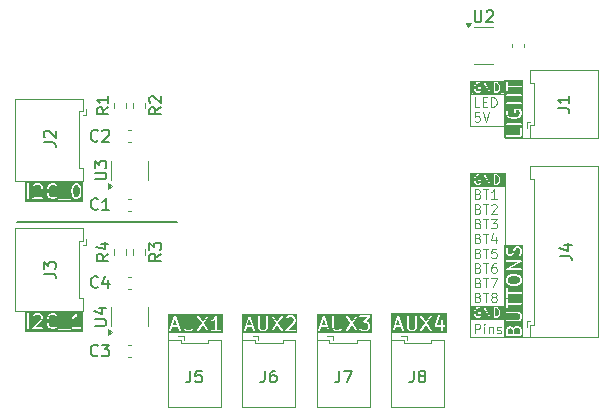
<source format=gbr>
%TF.GenerationSoftware,KiCad,Pcbnew,8.0.4*%
%TF.CreationDate,2024-08-04T13:51:38+08:00*%
%TF.ProjectId,mai-pico-nano-io,6d61692d-7069-4636-9f2d-6e616e6f2d69,rev?*%
%TF.SameCoordinates,Original*%
%TF.FileFunction,Legend,Top*%
%TF.FilePolarity,Positive*%
%FSLAX46Y46*%
G04 Gerber Fmt 4.6, Leading zero omitted, Abs format (unit mm)*
G04 Created by KiCad (PCBNEW 8.0.4) date 2024-08-04 13:51:38*
%MOMM*%
%LPD*%
G01*
G04 APERTURE LIST*
%ADD10C,0.100000*%
%ADD11C,0.120000*%
%ADD12C,0.200000*%
%ADD13C,0.150000*%
G04 APERTURE END LIST*
D10*
X113900000Y-102850000D02*
X116800000Y-102850000D01*
X116800000Y-103950000D01*
X113900000Y-103950000D01*
X113900000Y-102850000D01*
G36*
X113900000Y-114150000D02*
G01*
X114100000Y-114150000D01*
X114100000Y-115200000D01*
X113900000Y-115200000D01*
X113900000Y-114150000D01*
G37*
X113900000Y-95000000D02*
X116800000Y-95000000D01*
X116800000Y-96100000D01*
X113900000Y-96100000D01*
X113900000Y-95000000D01*
D11*
X107165000Y-116940000D02*
X107165000Y-114800000D01*
G36*
X113900000Y-102850000D02*
G01*
X114100000Y-102850000D01*
X114100000Y-103900000D01*
X113900000Y-103900000D01*
X113900000Y-102850000D01*
G37*
X118940000Y-116735000D02*
X116800000Y-116735000D01*
X118940000Y-99860000D02*
X116800000Y-99860000D01*
D12*
X75500000Y-107000000D02*
X89000000Y-107000000D01*
G36*
X116450000Y-95000000D02*
G01*
X116800000Y-95000000D01*
X116800000Y-96050000D01*
X116450000Y-96050000D01*
X116450000Y-95000000D01*
G37*
G36*
X116450000Y-114125000D02*
G01*
X116800000Y-114125000D01*
X116800000Y-115175000D01*
X116450000Y-115175000D01*
X116450000Y-114125000D01*
G37*
D11*
X88265000Y-116940000D02*
X88265000Y-114800000D01*
G36*
X116450000Y-102875000D02*
G01*
X116800000Y-102875000D01*
X116800000Y-103925000D01*
X116450000Y-103925000D01*
X116450000Y-102875000D01*
G37*
X94565000Y-116940000D02*
X94565000Y-114800000D01*
X113865000Y-95000000D02*
X116800000Y-95000000D01*
X116800000Y-98825400D01*
X113865000Y-98825400D01*
X113865000Y-95000000D01*
X113865000Y-102800000D02*
X116800000Y-102800000D01*
X116800000Y-116735000D01*
X113865000Y-116735000D01*
X113865000Y-102800000D01*
X100865000Y-116940000D02*
X100865000Y-114800000D01*
D10*
X113900000Y-114100000D02*
X116800000Y-114100000D01*
X116800000Y-115200000D01*
X113900000Y-115200000D01*
X113900000Y-114100000D01*
G36*
X113900000Y-95000000D02*
G01*
X114100000Y-95000000D01*
X114100000Y-96050000D01*
X113900000Y-96050000D01*
X113900000Y-95000000D01*
G37*
X114637217Y-97214895D02*
X114256265Y-97214895D01*
X114256265Y-97214895D02*
X114256265Y-96414895D01*
X114903884Y-96795847D02*
X115170550Y-96795847D01*
X115284836Y-97214895D02*
X114903884Y-97214895D01*
X114903884Y-97214895D02*
X114903884Y-96414895D01*
X114903884Y-96414895D02*
X115284836Y-96414895D01*
X115627694Y-97214895D02*
X115627694Y-96414895D01*
X115627694Y-96414895D02*
X115818170Y-96414895D01*
X115818170Y-96414895D02*
X115932456Y-96452990D01*
X115932456Y-96452990D02*
X116008646Y-96529180D01*
X116008646Y-96529180D02*
X116046741Y-96605371D01*
X116046741Y-96605371D02*
X116084837Y-96757752D01*
X116084837Y-96757752D02*
X116084837Y-96872038D01*
X116084837Y-96872038D02*
X116046741Y-97024419D01*
X116046741Y-97024419D02*
X116008646Y-97100609D01*
X116008646Y-97100609D02*
X115932456Y-97176800D01*
X115932456Y-97176800D02*
X115818170Y-97214895D01*
X115818170Y-97214895D02*
X115627694Y-97214895D01*
X114522931Y-109595847D02*
X114637217Y-109633942D01*
X114637217Y-109633942D02*
X114675312Y-109672038D01*
X114675312Y-109672038D02*
X114713408Y-109748228D01*
X114713408Y-109748228D02*
X114713408Y-109862514D01*
X114713408Y-109862514D02*
X114675312Y-109938704D01*
X114675312Y-109938704D02*
X114637217Y-109976800D01*
X114637217Y-109976800D02*
X114561027Y-110014895D01*
X114561027Y-110014895D02*
X114256265Y-110014895D01*
X114256265Y-110014895D02*
X114256265Y-109214895D01*
X114256265Y-109214895D02*
X114522931Y-109214895D01*
X114522931Y-109214895D02*
X114599122Y-109252990D01*
X114599122Y-109252990D02*
X114637217Y-109291085D01*
X114637217Y-109291085D02*
X114675312Y-109367276D01*
X114675312Y-109367276D02*
X114675312Y-109443466D01*
X114675312Y-109443466D02*
X114637217Y-109519657D01*
X114637217Y-109519657D02*
X114599122Y-109557752D01*
X114599122Y-109557752D02*
X114522931Y-109595847D01*
X114522931Y-109595847D02*
X114256265Y-109595847D01*
X114941979Y-109214895D02*
X115399122Y-109214895D01*
X115170550Y-110014895D02*
X115170550Y-109214895D01*
X116046741Y-109214895D02*
X115665789Y-109214895D01*
X115665789Y-109214895D02*
X115627693Y-109595847D01*
X115627693Y-109595847D02*
X115665789Y-109557752D01*
X115665789Y-109557752D02*
X115741979Y-109519657D01*
X115741979Y-109519657D02*
X115932455Y-109519657D01*
X115932455Y-109519657D02*
X116008646Y-109557752D01*
X116008646Y-109557752D02*
X116046741Y-109595847D01*
X116046741Y-109595847D02*
X116084836Y-109672038D01*
X116084836Y-109672038D02*
X116084836Y-109862514D01*
X116084836Y-109862514D02*
X116046741Y-109938704D01*
X116046741Y-109938704D02*
X116008646Y-109976800D01*
X116008646Y-109976800D02*
X115932455Y-110014895D01*
X115932455Y-110014895D02*
X115741979Y-110014895D01*
X115741979Y-110014895D02*
X115665789Y-109976800D01*
X115665789Y-109976800D02*
X115627693Y-109938704D01*
G36*
X116172113Y-114296691D02*
G01*
X116234219Y-114358797D01*
X116266230Y-114422821D01*
X116301503Y-114563907D01*
X116301503Y-114665882D01*
X116266231Y-114806967D01*
X116234219Y-114870992D01*
X116172112Y-114933098D01*
X116076723Y-114964895D01*
X115944360Y-114964895D01*
X115944360Y-114264895D01*
X116076723Y-114264895D01*
X116172113Y-114296691D01*
G37*
G36*
X116490392Y-115153784D02*
G01*
X114079280Y-115153784D01*
X114079280Y-114557752D01*
X114168169Y-114557752D01*
X114168169Y-114672038D01*
X114169364Y-114678047D01*
X114169662Y-114684165D01*
X114207758Y-114836546D01*
X114210097Y-114841498D01*
X114211544Y-114846780D01*
X114249639Y-114922970D01*
X114254550Y-114929298D01*
X114259004Y-114935964D01*
X114335195Y-115012155D01*
X114337276Y-115013545D01*
X114337790Y-115014573D01*
X114344755Y-115018543D01*
X114351416Y-115022994D01*
X114352564Y-115022994D01*
X114354739Y-115024234D01*
X114469025Y-115062329D01*
X114476973Y-115063331D01*
X114484836Y-115064895D01*
X114561027Y-115064895D01*
X114568889Y-115063331D01*
X114576838Y-115062329D01*
X114691123Y-115024234D01*
X114693298Y-115022994D01*
X114694446Y-115022994D01*
X114701106Y-115018543D01*
X114708072Y-115014573D01*
X114708585Y-115013545D01*
X114710667Y-115012155D01*
X114748763Y-114974059D01*
X114759602Y-114957838D01*
X114763408Y-114938704D01*
X114763408Y-114672038D01*
X114759602Y-114652904D01*
X114732542Y-114625844D01*
X114713408Y-114622038D01*
X114561027Y-114622038D01*
X114541893Y-114625844D01*
X114514833Y-114652904D01*
X114514833Y-114691172D01*
X114541893Y-114718232D01*
X114561027Y-114722038D01*
X114663408Y-114722038D01*
X114663408Y-114917994D01*
X114648303Y-114933098D01*
X114552914Y-114964895D01*
X114492949Y-114964895D01*
X114397560Y-114933099D01*
X114335452Y-114870990D01*
X114303440Y-114806967D01*
X114268169Y-114665882D01*
X114268169Y-114563907D01*
X114303441Y-114422820D01*
X114335453Y-114358796D01*
X114397558Y-114296691D01*
X114492949Y-114264895D01*
X114587319Y-114264895D01*
X114652951Y-114297711D01*
X114671767Y-114302864D01*
X114708072Y-114290763D01*
X114725186Y-114256535D01*
X114713085Y-114220230D01*
X114706211Y-114214895D01*
X115006265Y-114214895D01*
X115006265Y-115014895D01*
X115010071Y-115034029D01*
X115037131Y-115061089D01*
X115075399Y-115061089D01*
X115102459Y-115034029D01*
X115106265Y-115014895D01*
X115106265Y-114403172D01*
X115469996Y-115039702D01*
X115482794Y-115054427D01*
X115489418Y-115056233D01*
X115494274Y-115061089D01*
X115507222Y-115061089D01*
X115519714Y-115064496D01*
X115525676Y-115061089D01*
X115532542Y-115061089D01*
X115541695Y-115051935D01*
X115552940Y-115045510D01*
X115554747Y-115038883D01*
X115559602Y-115034029D01*
X115563408Y-115014895D01*
X115563408Y-114214895D01*
X115844360Y-114214895D01*
X115844360Y-115014895D01*
X115848166Y-115034029D01*
X115875226Y-115061089D01*
X115894360Y-115064895D01*
X116084836Y-115064895D01*
X116092698Y-115063331D01*
X116100647Y-115062329D01*
X116214933Y-115024234D01*
X116217108Y-115022994D01*
X116218257Y-115022994D01*
X116224923Y-115018539D01*
X116231882Y-115014573D01*
X116232395Y-115013546D01*
X116234478Y-115012155D01*
X116310668Y-114935964D01*
X116315121Y-114929298D01*
X116320033Y-114922970D01*
X116358128Y-114846780D01*
X116359574Y-114841498D01*
X116361914Y-114836546D01*
X116400010Y-114684165D01*
X116400307Y-114678047D01*
X116401503Y-114672038D01*
X116401503Y-114557752D01*
X116400307Y-114551742D01*
X116400010Y-114545625D01*
X116361914Y-114393244D01*
X116359575Y-114388293D01*
X116358129Y-114383011D01*
X116320033Y-114306820D01*
X116315121Y-114300491D01*
X116310667Y-114293825D01*
X116234477Y-114217635D01*
X116232395Y-114216244D01*
X116231882Y-114215217D01*
X116224916Y-114211246D01*
X116218256Y-114206796D01*
X116217108Y-114206796D01*
X116214933Y-114205556D01*
X116100647Y-114167461D01*
X116092698Y-114166458D01*
X116084836Y-114164895D01*
X115894360Y-114164895D01*
X115875226Y-114168701D01*
X115848166Y-114195761D01*
X115844360Y-114214895D01*
X115563408Y-114214895D01*
X115559602Y-114195761D01*
X115532542Y-114168701D01*
X115494274Y-114168701D01*
X115467214Y-114195761D01*
X115463408Y-114214895D01*
X115463408Y-114826617D01*
X115099677Y-114190088D01*
X115086879Y-114175363D01*
X115080254Y-114173556D01*
X115075399Y-114168701D01*
X115062451Y-114168701D01*
X115049959Y-114165294D01*
X115043997Y-114168701D01*
X115037131Y-114168701D01*
X115027975Y-114177856D01*
X115016733Y-114184281D01*
X115014926Y-114190905D01*
X115010071Y-114195761D01*
X115006265Y-114214895D01*
X114706211Y-114214895D01*
X114697673Y-114208269D01*
X114621483Y-114170174D01*
X114619067Y-114169512D01*
X114618256Y-114168701D01*
X114610394Y-114167137D01*
X114602667Y-114165021D01*
X114601578Y-114165383D01*
X114599122Y-114164895D01*
X114484836Y-114164895D01*
X114476973Y-114166458D01*
X114469025Y-114167461D01*
X114354739Y-114205556D01*
X114352564Y-114206796D01*
X114351416Y-114206796D01*
X114344755Y-114211246D01*
X114337790Y-114215217D01*
X114337276Y-114216244D01*
X114335195Y-114217635D01*
X114259005Y-114293825D01*
X114254552Y-114300487D01*
X114249639Y-114306819D01*
X114211544Y-114383011D01*
X114210098Y-114388289D01*
X114207758Y-114393244D01*
X114169662Y-114545625D01*
X114169364Y-114551742D01*
X114168169Y-114557752D01*
X114079280Y-114557752D01*
X114079280Y-114076006D01*
X116490392Y-114076006D01*
X116490392Y-115153784D01*
G37*
D13*
G36*
X118357675Y-99873934D02*
G01*
X116741009Y-99873934D01*
X116741009Y-99650969D01*
X116875783Y-99650969D01*
X116875783Y-99680233D01*
X116886982Y-99707269D01*
X116907674Y-99727961D01*
X116934710Y-99739160D01*
X116949342Y-99740601D01*
X118149342Y-99740601D01*
X118163974Y-99739160D01*
X118191010Y-99727961D01*
X118211702Y-99707269D01*
X118222901Y-99680233D01*
X118224342Y-99665601D01*
X118224342Y-99094173D01*
X118222901Y-99079541D01*
X118211702Y-99052505D01*
X118191010Y-99031813D01*
X118163974Y-99020614D01*
X118134710Y-99020614D01*
X118107674Y-99031813D01*
X118086982Y-99052505D01*
X118075783Y-99079541D01*
X118074342Y-99094173D01*
X118074342Y-99590601D01*
X116949342Y-99590601D01*
X116934710Y-99592042D01*
X116907674Y-99603241D01*
X116886982Y-99623933D01*
X116875783Y-99650969D01*
X116741009Y-99650969D01*
X116741009Y-98679540D01*
X116875783Y-98679540D01*
X116875783Y-98708804D01*
X116886982Y-98735840D01*
X116907674Y-98756532D01*
X116934710Y-98767731D01*
X116949342Y-98769172D01*
X118149342Y-98769172D01*
X118163974Y-98767731D01*
X118191010Y-98756532D01*
X118211702Y-98735840D01*
X118222901Y-98708804D01*
X118222901Y-98679540D01*
X118211702Y-98652504D01*
X118191010Y-98631812D01*
X118163974Y-98620613D01*
X118149342Y-98619172D01*
X116949342Y-98619172D01*
X116934710Y-98620613D01*
X116907674Y-98631812D01*
X116886982Y-98652504D01*
X116875783Y-98679540D01*
X116741009Y-98679540D01*
X116741009Y-97608458D01*
X116874342Y-97608458D01*
X116874342Y-97779886D01*
X116875071Y-97787291D01*
X116874931Y-97789266D01*
X116875521Y-97791863D01*
X116875783Y-97794518D01*
X116876541Y-97796349D01*
X116878191Y-97803603D01*
X116935334Y-97975032D01*
X116941328Y-97988458D01*
X116943094Y-97990494D01*
X116944125Y-97992983D01*
X116953452Y-98004348D01*
X117067738Y-98118633D01*
X117073487Y-98123351D01*
X117074787Y-98124850D01*
X117077045Y-98126271D01*
X117079104Y-98127961D01*
X117080933Y-98128718D01*
X117087230Y-98132682D01*
X117201516Y-98189825D01*
X117202585Y-98190234D01*
X117203021Y-98190557D01*
X117209166Y-98192752D01*
X117215248Y-98195080D01*
X117215787Y-98195118D01*
X117216867Y-98195504D01*
X117445438Y-98252647D01*
X117447975Y-98253022D01*
X117448996Y-98253445D01*
X117454498Y-98253986D01*
X117459983Y-98254798D01*
X117461078Y-98254634D01*
X117463628Y-98254886D01*
X117635057Y-98254886D01*
X117637610Y-98254634D01*
X117638703Y-98254797D01*
X117644176Y-98253987D01*
X117649689Y-98253445D01*
X117650710Y-98253022D01*
X117653247Y-98252647D01*
X117881819Y-98195504D01*
X117882898Y-98195118D01*
X117883437Y-98195080D01*
X117889512Y-98192755D01*
X117895664Y-98190557D01*
X117896099Y-98190234D01*
X117897169Y-98189825D01*
X118011455Y-98132682D01*
X118017749Y-98128719D01*
X118019581Y-98127961D01*
X118021643Y-98126267D01*
X118023898Y-98124849D01*
X118025194Y-98123353D01*
X118030947Y-98118633D01*
X118145233Y-98004348D01*
X118154560Y-97992983D01*
X118155591Y-97990492D01*
X118157357Y-97988457D01*
X118163351Y-97975032D01*
X118220493Y-97803602D01*
X118222142Y-97796350D01*
X118222901Y-97794518D01*
X118223162Y-97791862D01*
X118223753Y-97789266D01*
X118223612Y-97787291D01*
X118224342Y-97779886D01*
X118224342Y-97665600D01*
X118223612Y-97658194D01*
X118223753Y-97656220D01*
X118223162Y-97653622D01*
X118222901Y-97650968D01*
X118222142Y-97649136D01*
X118220493Y-97641883D01*
X118163351Y-97470455D01*
X118157357Y-97457030D01*
X118155591Y-97454994D01*
X118154560Y-97452504D01*
X118145233Y-97441139D01*
X118088090Y-97383996D01*
X118076725Y-97374669D01*
X118049689Y-97363470D01*
X118035057Y-97362029D01*
X117635057Y-97362029D01*
X117620425Y-97363470D01*
X117593389Y-97374669D01*
X117572697Y-97395361D01*
X117561498Y-97422397D01*
X117560057Y-97437029D01*
X117560057Y-97665600D01*
X117561498Y-97680232D01*
X117572697Y-97707268D01*
X117593389Y-97727960D01*
X117620425Y-97739159D01*
X117649689Y-97739159D01*
X117676725Y-97727960D01*
X117697417Y-97707268D01*
X117708616Y-97680232D01*
X117710057Y-97665600D01*
X117710057Y-97512029D01*
X118003991Y-97512029D01*
X118026647Y-97534685D01*
X118074342Y-97677769D01*
X118074342Y-97767716D01*
X118026647Y-97910800D01*
X117933487Y-98003960D01*
X117837451Y-98051978D01*
X117625823Y-98104886D01*
X117472863Y-98104886D01*
X117261233Y-98051978D01*
X117165197Y-98003960D01*
X117072036Y-97910800D01*
X117024342Y-97767716D01*
X117024342Y-97626163D01*
X117073567Y-97527713D01*
X117078822Y-97513981D01*
X117080896Y-97484791D01*
X117071642Y-97457030D01*
X117052469Y-97434922D01*
X117026294Y-97421835D01*
X116997104Y-97419761D01*
X116969343Y-97429014D01*
X116947236Y-97448188D01*
X116939403Y-97460631D01*
X116882260Y-97574917D01*
X116877005Y-97588649D01*
X116876814Y-97591336D01*
X116875783Y-97593826D01*
X116874342Y-97608458D01*
X116741009Y-97608458D01*
X116741009Y-96222397D01*
X116875783Y-96222397D01*
X116875783Y-96251661D01*
X116886982Y-96278697D01*
X116907674Y-96299389D01*
X116934710Y-96310588D01*
X116949342Y-96312029D01*
X117445771Y-96312029D01*
X117445771Y-96847743D01*
X116949342Y-96847743D01*
X116934710Y-96849184D01*
X116907674Y-96860383D01*
X116886982Y-96881075D01*
X116875783Y-96908111D01*
X116875783Y-96937375D01*
X116886982Y-96964411D01*
X116907674Y-96985103D01*
X116934710Y-96996302D01*
X116949342Y-96997743D01*
X118149342Y-96997743D01*
X118163974Y-96996302D01*
X118191010Y-96985103D01*
X118211702Y-96964411D01*
X118222901Y-96937375D01*
X118222901Y-96908111D01*
X118211702Y-96881075D01*
X118191010Y-96860383D01*
X118163974Y-96849184D01*
X118149342Y-96847743D01*
X117595771Y-96847743D01*
X117595771Y-96312029D01*
X118149342Y-96312029D01*
X118163974Y-96310588D01*
X118191010Y-96299389D01*
X118211702Y-96278697D01*
X118222901Y-96251661D01*
X118222901Y-96222397D01*
X118211702Y-96195361D01*
X118191010Y-96174669D01*
X118163974Y-96163470D01*
X118149342Y-96162029D01*
X116949342Y-96162029D01*
X116934710Y-96163470D01*
X116907674Y-96174669D01*
X116886982Y-96195361D01*
X116875783Y-96222397D01*
X116741009Y-96222397D01*
X116741009Y-95151315D01*
X116874342Y-95151315D01*
X116874342Y-95837029D01*
X116875783Y-95851661D01*
X116886982Y-95878697D01*
X116907674Y-95899389D01*
X116934710Y-95910588D01*
X116963974Y-95910588D01*
X116991010Y-95899389D01*
X117011702Y-95878697D01*
X117022901Y-95851661D01*
X117024342Y-95837029D01*
X117024342Y-95569172D01*
X118149342Y-95569172D01*
X118163974Y-95567731D01*
X118191010Y-95556532D01*
X118211702Y-95535840D01*
X118222901Y-95508804D01*
X118222901Y-95479540D01*
X118211702Y-95452504D01*
X118191010Y-95431812D01*
X118163974Y-95420613D01*
X118149342Y-95419172D01*
X117024342Y-95419172D01*
X117024342Y-95151315D01*
X117022901Y-95136683D01*
X117011702Y-95109647D01*
X116991010Y-95088955D01*
X116963974Y-95077756D01*
X116934710Y-95077756D01*
X116907674Y-95088955D01*
X116886982Y-95109647D01*
X116875783Y-95136683D01*
X116874342Y-95151315D01*
X116741009Y-95151315D01*
X116741009Y-94944423D01*
X118357675Y-94944423D01*
X118357675Y-99873934D01*
G37*
G36*
X80641288Y-103868124D02*
G01*
X80681218Y-103908054D01*
X80729234Y-104004087D01*
X80782143Y-104215720D01*
X80782143Y-104482965D01*
X80729234Y-104694597D01*
X80681218Y-104790630D01*
X80641288Y-104830560D01*
X80553724Y-104874342D01*
X80474848Y-104874342D01*
X80387284Y-104830560D01*
X80347354Y-104790630D01*
X80299336Y-104694594D01*
X80246429Y-104482965D01*
X80246429Y-104215719D01*
X80299336Y-104004090D01*
X80347354Y-103908055D01*
X80387285Y-103868123D01*
X80474848Y-103824342D01*
X80553724Y-103824342D01*
X80641288Y-103868124D01*
G37*
G36*
X81065476Y-105271961D02*
G01*
X76191667Y-105271961D01*
X76191667Y-105048996D01*
X78955013Y-105048996D01*
X78955013Y-105078260D01*
X78966212Y-105105296D01*
X78986904Y-105125988D01*
X79013940Y-105137187D01*
X79028572Y-105138628D01*
X79942857Y-105138628D01*
X79957489Y-105137187D01*
X79984525Y-105125988D01*
X80005217Y-105105296D01*
X80016416Y-105078260D01*
X80016416Y-105048996D01*
X80005217Y-105021960D01*
X79984525Y-105001268D01*
X79957489Y-104990069D01*
X79942857Y-104988628D01*
X79028572Y-104988628D01*
X79013940Y-104990069D01*
X78986904Y-105001268D01*
X78966212Y-105021960D01*
X78955013Y-105048996D01*
X76191667Y-105048996D01*
X76191667Y-103749342D01*
X76325000Y-103749342D01*
X76325000Y-104949342D01*
X76326441Y-104963974D01*
X76337640Y-104991010D01*
X76358332Y-105011702D01*
X76385368Y-105022901D01*
X76414632Y-105022901D01*
X76441668Y-105011702D01*
X76462360Y-104991010D01*
X76473559Y-104963974D01*
X76475000Y-104949342D01*
X76475000Y-104934710D01*
X76783584Y-104934710D01*
X76783584Y-104963974D01*
X76794783Y-104991010D01*
X76815475Y-105011702D01*
X76842511Y-105022901D01*
X76857143Y-105024342D01*
X77600000Y-105024342D01*
X77614632Y-105022901D01*
X77641668Y-105011702D01*
X77662360Y-104991010D01*
X77673559Y-104963974D01*
X77673559Y-104934710D01*
X77662360Y-104907674D01*
X77641668Y-104886982D01*
X77614632Y-104875783D01*
X77600000Y-104874342D01*
X77038209Y-104874342D01*
X77595890Y-104316661D01*
X77605217Y-104305296D01*
X77606247Y-104302807D01*
X77608014Y-104300771D01*
X77614008Y-104287345D01*
X77621914Y-104263628D01*
X77982143Y-104263628D01*
X77982143Y-104435057D01*
X77982394Y-104437610D01*
X77982232Y-104438703D01*
X77983041Y-104444176D01*
X77983584Y-104449689D01*
X77984006Y-104450710D01*
X77984382Y-104453247D01*
X78041525Y-104681819D01*
X78041910Y-104682898D01*
X78041949Y-104683437D01*
X78044273Y-104689512D01*
X78046472Y-104695664D01*
X78046794Y-104696099D01*
X78047204Y-104697169D01*
X78104347Y-104811455D01*
X78108309Y-104817749D01*
X78109068Y-104819581D01*
X78110761Y-104821643D01*
X78112180Y-104823898D01*
X78113675Y-104825194D01*
X78118396Y-104830947D01*
X78232681Y-104945233D01*
X78244046Y-104954560D01*
X78246536Y-104955591D01*
X78248572Y-104957357D01*
X78261997Y-104963351D01*
X78433427Y-105020493D01*
X78440678Y-105022142D01*
X78442511Y-105022901D01*
X78445166Y-105023162D01*
X78447763Y-105023753D01*
X78449737Y-105023612D01*
X78457143Y-105024342D01*
X78571429Y-105024342D01*
X78578834Y-105023612D01*
X78580809Y-105023753D01*
X78583406Y-105023162D01*
X78586061Y-105022901D01*
X78587892Y-105022142D01*
X78595146Y-105020493D01*
X78766574Y-104963351D01*
X78780000Y-104957357D01*
X78782036Y-104955590D01*
X78784525Y-104954560D01*
X78795890Y-104945233D01*
X78853033Y-104888090D01*
X78862360Y-104876725D01*
X78873559Y-104849689D01*
X78873559Y-104820426D01*
X78862360Y-104793390D01*
X78841667Y-104772697D01*
X78814631Y-104761498D01*
X78785368Y-104761498D01*
X78758332Y-104772697D01*
X78746967Y-104782024D01*
X78702343Y-104826647D01*
X78559259Y-104874342D01*
X78469313Y-104874342D01*
X78326228Y-104826647D01*
X78233068Y-104733487D01*
X78185050Y-104637451D01*
X78132143Y-104425822D01*
X78132143Y-104272862D01*
X78148737Y-104206485D01*
X80096429Y-104206485D01*
X80096429Y-104492200D01*
X80096680Y-104494753D01*
X80096518Y-104495846D01*
X80097327Y-104501319D01*
X80097870Y-104506832D01*
X80098292Y-104507853D01*
X80098668Y-104510390D01*
X80155811Y-104738962D01*
X80156196Y-104740041D01*
X80156235Y-104740580D01*
X80158559Y-104746655D01*
X80160758Y-104752807D01*
X80161080Y-104753242D01*
X80161490Y-104754312D01*
X80218633Y-104868598D01*
X80222596Y-104874894D01*
X80223355Y-104876725D01*
X80225046Y-104878786D01*
X80226466Y-104881041D01*
X80227961Y-104882338D01*
X80232682Y-104888090D01*
X80289825Y-104945233D01*
X80295574Y-104949951D01*
X80296874Y-104951450D01*
X80299133Y-104952871D01*
X80301190Y-104954560D01*
X80303017Y-104955317D01*
X80309317Y-104959282D01*
X80423602Y-105016424D01*
X80437334Y-105021679D01*
X80440021Y-105021869D01*
X80442511Y-105022901D01*
X80457143Y-105024342D01*
X80571429Y-105024342D01*
X80586061Y-105022901D01*
X80588550Y-105021869D01*
X80591238Y-105021679D01*
X80604970Y-105016424D01*
X80719255Y-104959282D01*
X80725552Y-104955318D01*
X80727383Y-104954560D01*
X80729443Y-104952869D01*
X80731698Y-104951450D01*
X80732995Y-104949953D01*
X80738748Y-104945233D01*
X80795891Y-104888090D01*
X80800611Y-104882337D01*
X80802108Y-104881040D01*
X80803527Y-104878784D01*
X80805218Y-104876725D01*
X80805975Y-104874895D01*
X80809940Y-104868598D01*
X80867082Y-104754312D01*
X80867491Y-104753242D01*
X80867814Y-104752807D01*
X80870009Y-104746661D01*
X80872337Y-104740580D01*
X80872375Y-104740040D01*
X80872761Y-104738961D01*
X80929904Y-104510390D01*
X80930279Y-104507852D01*
X80930702Y-104506832D01*
X80931243Y-104501329D01*
X80932055Y-104495845D01*
X80931891Y-104494749D01*
X80932143Y-104492200D01*
X80932143Y-104206485D01*
X80931891Y-104203935D01*
X80932055Y-104202840D01*
X80931243Y-104197355D01*
X80930702Y-104191853D01*
X80930279Y-104190832D01*
X80929904Y-104188295D01*
X80872761Y-103959724D01*
X80872375Y-103958644D01*
X80872337Y-103958105D01*
X80870009Y-103952023D01*
X80867814Y-103945878D01*
X80867491Y-103945442D01*
X80867082Y-103944373D01*
X80809940Y-103830087D01*
X80805975Y-103823789D01*
X80805218Y-103821960D01*
X80803527Y-103819900D01*
X80802108Y-103817645D01*
X80800611Y-103816347D01*
X80795891Y-103810595D01*
X80738748Y-103753452D01*
X80732996Y-103748731D01*
X80731699Y-103747236D01*
X80729444Y-103745816D01*
X80727383Y-103744125D01*
X80725552Y-103743366D01*
X80719256Y-103739403D01*
X80604970Y-103682260D01*
X80591238Y-103677005D01*
X80588550Y-103676814D01*
X80586061Y-103675783D01*
X80571429Y-103674342D01*
X80457143Y-103674342D01*
X80442511Y-103675783D01*
X80440021Y-103676814D01*
X80437334Y-103677005D01*
X80423602Y-103682260D01*
X80309317Y-103739403D01*
X80303020Y-103743366D01*
X80301190Y-103744125D01*
X80299128Y-103745816D01*
X80296874Y-103747236D01*
X80295577Y-103748731D01*
X80289825Y-103753452D01*
X80232682Y-103810595D01*
X80227961Y-103816346D01*
X80226466Y-103817644D01*
X80225046Y-103819898D01*
X80223355Y-103821960D01*
X80222596Y-103823790D01*
X80218633Y-103830087D01*
X80161490Y-103944373D01*
X80161080Y-103945442D01*
X80160758Y-103945878D01*
X80158559Y-103952029D01*
X80156235Y-103958105D01*
X80156196Y-103958643D01*
X80155811Y-103959723D01*
X80098668Y-104188295D01*
X80098292Y-104190831D01*
X80097870Y-104191853D01*
X80097327Y-104197365D01*
X80096518Y-104202839D01*
X80096680Y-104203931D01*
X80096429Y-104206485D01*
X78148737Y-104206485D01*
X78185050Y-104061233D01*
X78233068Y-103965197D01*
X78326228Y-103872036D01*
X78469313Y-103824342D01*
X78559259Y-103824342D01*
X78702342Y-103872036D01*
X78746967Y-103916661D01*
X78758332Y-103925988D01*
X78785368Y-103937187D01*
X78814631Y-103937187D01*
X78841667Y-103925988D01*
X78862360Y-103905295D01*
X78873559Y-103878259D01*
X78873559Y-103848996D01*
X78862360Y-103821960D01*
X78853033Y-103810595D01*
X78795890Y-103753452D01*
X78784525Y-103744125D01*
X78782036Y-103743094D01*
X78780000Y-103741328D01*
X78766574Y-103735334D01*
X78595146Y-103678191D01*
X78587892Y-103676541D01*
X78586061Y-103675783D01*
X78583406Y-103675521D01*
X78580809Y-103674931D01*
X78578834Y-103675071D01*
X78571429Y-103674342D01*
X78457143Y-103674342D01*
X78449737Y-103675071D01*
X78447763Y-103674931D01*
X78445165Y-103675521D01*
X78442511Y-103675783D01*
X78440679Y-103676541D01*
X78433426Y-103678191D01*
X78261997Y-103735334D01*
X78248571Y-103741328D01*
X78246534Y-103743094D01*
X78244046Y-103744125D01*
X78232681Y-103753452D01*
X78118396Y-103867738D01*
X78113675Y-103873490D01*
X78112180Y-103874787D01*
X78110761Y-103877041D01*
X78109068Y-103879104D01*
X78108309Y-103880935D01*
X78104347Y-103887230D01*
X78047204Y-104001516D01*
X78046794Y-104002585D01*
X78046472Y-104003021D01*
X78044273Y-104009172D01*
X78041949Y-104015248D01*
X78041910Y-104015786D01*
X78041525Y-104016866D01*
X77984382Y-104245438D01*
X77984006Y-104247974D01*
X77983584Y-104248996D01*
X77983041Y-104254508D01*
X77982232Y-104259982D01*
X77982394Y-104261074D01*
X77982143Y-104263628D01*
X77621914Y-104263628D01*
X77671151Y-104115917D01*
X77672800Y-104108663D01*
X77673559Y-104106832D01*
X77673820Y-104104177D01*
X77674411Y-104101580D01*
X77674270Y-104099605D01*
X77675000Y-104092200D01*
X77675000Y-103977914D01*
X77673559Y-103963282D01*
X77672527Y-103960792D01*
X77672337Y-103958105D01*
X77667082Y-103944373D01*
X77609939Y-103830087D01*
X77605975Y-103823790D01*
X77605218Y-103821961D01*
X77603528Y-103819902D01*
X77602107Y-103817644D01*
X77600608Y-103816344D01*
X77595891Y-103810596D01*
X77538748Y-103753452D01*
X77532996Y-103748731D01*
X77531699Y-103747236D01*
X77529444Y-103745816D01*
X77527383Y-103744125D01*
X77525552Y-103743366D01*
X77519256Y-103739403D01*
X77404970Y-103682260D01*
X77391238Y-103677005D01*
X77388550Y-103676814D01*
X77386061Y-103675783D01*
X77371429Y-103674342D01*
X77085715Y-103674342D01*
X77071083Y-103675783D01*
X77068593Y-103676814D01*
X77065906Y-103677005D01*
X77052174Y-103682260D01*
X76937888Y-103739403D01*
X76931588Y-103743367D01*
X76929761Y-103744125D01*
X76927704Y-103745813D01*
X76925445Y-103747235D01*
X76924145Y-103748733D01*
X76918396Y-103753452D01*
X76861253Y-103810595D01*
X76851926Y-103821960D01*
X76840727Y-103848997D01*
X76840727Y-103878259D01*
X76851926Y-103905296D01*
X76872618Y-103925988D01*
X76899655Y-103937187D01*
X76928917Y-103937187D01*
X76955954Y-103925988D01*
X76967319Y-103916661D01*
X77015856Y-103868124D01*
X77103420Y-103824342D01*
X77353724Y-103824342D01*
X77441287Y-103868123D01*
X77481217Y-103908054D01*
X77525000Y-103995619D01*
X77525000Y-104080029D01*
X77477305Y-104223113D01*
X76804110Y-104896309D01*
X76794783Y-104907674D01*
X76783584Y-104934710D01*
X76475000Y-104934710D01*
X76475000Y-103749342D01*
X76473559Y-103734710D01*
X76462360Y-103707674D01*
X76441668Y-103686982D01*
X76414632Y-103675783D01*
X76385368Y-103675783D01*
X76358332Y-103686982D01*
X76337640Y-103707674D01*
X76326441Y-103734710D01*
X76325000Y-103749342D01*
X76191667Y-103749342D01*
X76191667Y-103541009D01*
X81065476Y-103541009D01*
X81065476Y-105271961D01*
G37*
D10*
X114522931Y-110845847D02*
X114637217Y-110883942D01*
X114637217Y-110883942D02*
X114675312Y-110922038D01*
X114675312Y-110922038D02*
X114713408Y-110998228D01*
X114713408Y-110998228D02*
X114713408Y-111112514D01*
X114713408Y-111112514D02*
X114675312Y-111188704D01*
X114675312Y-111188704D02*
X114637217Y-111226800D01*
X114637217Y-111226800D02*
X114561027Y-111264895D01*
X114561027Y-111264895D02*
X114256265Y-111264895D01*
X114256265Y-111264895D02*
X114256265Y-110464895D01*
X114256265Y-110464895D02*
X114522931Y-110464895D01*
X114522931Y-110464895D02*
X114599122Y-110502990D01*
X114599122Y-110502990D02*
X114637217Y-110541085D01*
X114637217Y-110541085D02*
X114675312Y-110617276D01*
X114675312Y-110617276D02*
X114675312Y-110693466D01*
X114675312Y-110693466D02*
X114637217Y-110769657D01*
X114637217Y-110769657D02*
X114599122Y-110807752D01*
X114599122Y-110807752D02*
X114522931Y-110845847D01*
X114522931Y-110845847D02*
X114256265Y-110845847D01*
X114941979Y-110464895D02*
X115399122Y-110464895D01*
X115170550Y-111264895D02*
X115170550Y-110464895D01*
X116008646Y-110464895D02*
X115856265Y-110464895D01*
X115856265Y-110464895D02*
X115780074Y-110502990D01*
X115780074Y-110502990D02*
X115741979Y-110541085D01*
X115741979Y-110541085D02*
X115665789Y-110655371D01*
X115665789Y-110655371D02*
X115627693Y-110807752D01*
X115627693Y-110807752D02*
X115627693Y-111112514D01*
X115627693Y-111112514D02*
X115665789Y-111188704D01*
X115665789Y-111188704D02*
X115703884Y-111226800D01*
X115703884Y-111226800D02*
X115780074Y-111264895D01*
X115780074Y-111264895D02*
X115932455Y-111264895D01*
X115932455Y-111264895D02*
X116008646Y-111226800D01*
X116008646Y-111226800D02*
X116046741Y-111188704D01*
X116046741Y-111188704D02*
X116084836Y-111112514D01*
X116084836Y-111112514D02*
X116084836Y-110922038D01*
X116084836Y-110922038D02*
X116046741Y-110845847D01*
X116046741Y-110845847D02*
X116008646Y-110807752D01*
X116008646Y-110807752D02*
X115932455Y-110769657D01*
X115932455Y-110769657D02*
X115780074Y-110769657D01*
X115780074Y-110769657D02*
X115703884Y-110807752D01*
X115703884Y-110807752D02*
X115665789Y-110845847D01*
X115665789Y-110845847D02*
X115627693Y-110922038D01*
G36*
X116172113Y-95246691D02*
G01*
X116234219Y-95308797D01*
X116266230Y-95372821D01*
X116301503Y-95513907D01*
X116301503Y-95615882D01*
X116266231Y-95756967D01*
X116234219Y-95820992D01*
X116172112Y-95883098D01*
X116076723Y-95914895D01*
X115944360Y-95914895D01*
X115944360Y-95214895D01*
X116076723Y-95214895D01*
X116172113Y-95246691D01*
G37*
G36*
X116490392Y-96103784D02*
G01*
X114079280Y-96103784D01*
X114079280Y-95507752D01*
X114168169Y-95507752D01*
X114168169Y-95622038D01*
X114169364Y-95628047D01*
X114169662Y-95634165D01*
X114207758Y-95786546D01*
X114210097Y-95791498D01*
X114211544Y-95796780D01*
X114249639Y-95872970D01*
X114254550Y-95879298D01*
X114259004Y-95885964D01*
X114335195Y-95962155D01*
X114337276Y-95963545D01*
X114337790Y-95964573D01*
X114344755Y-95968543D01*
X114351416Y-95972994D01*
X114352564Y-95972994D01*
X114354739Y-95974234D01*
X114469025Y-96012329D01*
X114476973Y-96013331D01*
X114484836Y-96014895D01*
X114561027Y-96014895D01*
X114568889Y-96013331D01*
X114576838Y-96012329D01*
X114691123Y-95974234D01*
X114693298Y-95972994D01*
X114694446Y-95972994D01*
X114701106Y-95968543D01*
X114708072Y-95964573D01*
X114708585Y-95963545D01*
X114710667Y-95962155D01*
X114748763Y-95924059D01*
X114759602Y-95907838D01*
X114763408Y-95888704D01*
X114763408Y-95622038D01*
X114759602Y-95602904D01*
X114732542Y-95575844D01*
X114713408Y-95572038D01*
X114561027Y-95572038D01*
X114541893Y-95575844D01*
X114514833Y-95602904D01*
X114514833Y-95641172D01*
X114541893Y-95668232D01*
X114561027Y-95672038D01*
X114663408Y-95672038D01*
X114663408Y-95867994D01*
X114648303Y-95883098D01*
X114552914Y-95914895D01*
X114492949Y-95914895D01*
X114397560Y-95883099D01*
X114335452Y-95820990D01*
X114303440Y-95756967D01*
X114268169Y-95615882D01*
X114268169Y-95513907D01*
X114303441Y-95372820D01*
X114335453Y-95308796D01*
X114397558Y-95246691D01*
X114492949Y-95214895D01*
X114587319Y-95214895D01*
X114652951Y-95247711D01*
X114671767Y-95252864D01*
X114708072Y-95240763D01*
X114725186Y-95206535D01*
X114713085Y-95170230D01*
X114706211Y-95164895D01*
X115006265Y-95164895D01*
X115006265Y-95964895D01*
X115010071Y-95984029D01*
X115037131Y-96011089D01*
X115075399Y-96011089D01*
X115102459Y-95984029D01*
X115106265Y-95964895D01*
X115106265Y-95353172D01*
X115469996Y-95989702D01*
X115482794Y-96004427D01*
X115489418Y-96006233D01*
X115494274Y-96011089D01*
X115507222Y-96011089D01*
X115519714Y-96014496D01*
X115525676Y-96011089D01*
X115532542Y-96011089D01*
X115541695Y-96001935D01*
X115552940Y-95995510D01*
X115554747Y-95988883D01*
X115559602Y-95984029D01*
X115563408Y-95964895D01*
X115563408Y-95164895D01*
X115844360Y-95164895D01*
X115844360Y-95964895D01*
X115848166Y-95984029D01*
X115875226Y-96011089D01*
X115894360Y-96014895D01*
X116084836Y-96014895D01*
X116092698Y-96013331D01*
X116100647Y-96012329D01*
X116214933Y-95974234D01*
X116217108Y-95972994D01*
X116218257Y-95972994D01*
X116224923Y-95968539D01*
X116231882Y-95964573D01*
X116232395Y-95963546D01*
X116234478Y-95962155D01*
X116310668Y-95885964D01*
X116315121Y-95879298D01*
X116320033Y-95872970D01*
X116358128Y-95796780D01*
X116359574Y-95791498D01*
X116361914Y-95786546D01*
X116400010Y-95634165D01*
X116400307Y-95628047D01*
X116401503Y-95622038D01*
X116401503Y-95507752D01*
X116400307Y-95501742D01*
X116400010Y-95495625D01*
X116361914Y-95343244D01*
X116359575Y-95338293D01*
X116358129Y-95333011D01*
X116320033Y-95256820D01*
X116315121Y-95250491D01*
X116310667Y-95243825D01*
X116234477Y-95167635D01*
X116232395Y-95166244D01*
X116231882Y-95165217D01*
X116224916Y-95161246D01*
X116218256Y-95156796D01*
X116217108Y-95156796D01*
X116214933Y-95155556D01*
X116100647Y-95117461D01*
X116092698Y-95116458D01*
X116084836Y-95114895D01*
X115894360Y-95114895D01*
X115875226Y-95118701D01*
X115848166Y-95145761D01*
X115844360Y-95164895D01*
X115563408Y-95164895D01*
X115559602Y-95145761D01*
X115532542Y-95118701D01*
X115494274Y-95118701D01*
X115467214Y-95145761D01*
X115463408Y-95164895D01*
X115463408Y-95776617D01*
X115099677Y-95140088D01*
X115086879Y-95125363D01*
X115080254Y-95123556D01*
X115075399Y-95118701D01*
X115062451Y-95118701D01*
X115049959Y-95115294D01*
X115043997Y-95118701D01*
X115037131Y-95118701D01*
X115027975Y-95127856D01*
X115016733Y-95134281D01*
X115014926Y-95140905D01*
X115010071Y-95145761D01*
X115006265Y-95164895D01*
X114706211Y-95164895D01*
X114697673Y-95158269D01*
X114621483Y-95120174D01*
X114619067Y-95119512D01*
X114618256Y-95118701D01*
X114610394Y-95117137D01*
X114602667Y-95115021D01*
X114601578Y-95115383D01*
X114599122Y-95114895D01*
X114484836Y-95114895D01*
X114476973Y-95116458D01*
X114469025Y-95117461D01*
X114354739Y-95155556D01*
X114352564Y-95156796D01*
X114351416Y-95156796D01*
X114344755Y-95161246D01*
X114337790Y-95165217D01*
X114337276Y-95166244D01*
X114335195Y-95167635D01*
X114259005Y-95243825D01*
X114254552Y-95250487D01*
X114249639Y-95256819D01*
X114211544Y-95333011D01*
X114210098Y-95338289D01*
X114207758Y-95343244D01*
X114169662Y-95495625D01*
X114169364Y-95501742D01*
X114168169Y-95507752D01*
X114079280Y-95507752D01*
X114079280Y-95026006D01*
X116490392Y-95026006D01*
X116490392Y-96103784D01*
G37*
X114637217Y-97664895D02*
X114256265Y-97664895D01*
X114256265Y-97664895D02*
X114218169Y-98045847D01*
X114218169Y-98045847D02*
X114256265Y-98007752D01*
X114256265Y-98007752D02*
X114332455Y-97969657D01*
X114332455Y-97969657D02*
X114522931Y-97969657D01*
X114522931Y-97969657D02*
X114599122Y-98007752D01*
X114599122Y-98007752D02*
X114637217Y-98045847D01*
X114637217Y-98045847D02*
X114675312Y-98122038D01*
X114675312Y-98122038D02*
X114675312Y-98312514D01*
X114675312Y-98312514D02*
X114637217Y-98388704D01*
X114637217Y-98388704D02*
X114599122Y-98426800D01*
X114599122Y-98426800D02*
X114522931Y-98464895D01*
X114522931Y-98464895D02*
X114332455Y-98464895D01*
X114332455Y-98464895D02*
X114256265Y-98426800D01*
X114256265Y-98426800D02*
X114218169Y-98388704D01*
X114903884Y-97664895D02*
X115170551Y-98464895D01*
X115170551Y-98464895D02*
X115437217Y-97664895D01*
X114522931Y-107095847D02*
X114637217Y-107133942D01*
X114637217Y-107133942D02*
X114675312Y-107172038D01*
X114675312Y-107172038D02*
X114713408Y-107248228D01*
X114713408Y-107248228D02*
X114713408Y-107362514D01*
X114713408Y-107362514D02*
X114675312Y-107438704D01*
X114675312Y-107438704D02*
X114637217Y-107476800D01*
X114637217Y-107476800D02*
X114561027Y-107514895D01*
X114561027Y-107514895D02*
X114256265Y-107514895D01*
X114256265Y-107514895D02*
X114256265Y-106714895D01*
X114256265Y-106714895D02*
X114522931Y-106714895D01*
X114522931Y-106714895D02*
X114599122Y-106752990D01*
X114599122Y-106752990D02*
X114637217Y-106791085D01*
X114637217Y-106791085D02*
X114675312Y-106867276D01*
X114675312Y-106867276D02*
X114675312Y-106943466D01*
X114675312Y-106943466D02*
X114637217Y-107019657D01*
X114637217Y-107019657D02*
X114599122Y-107057752D01*
X114599122Y-107057752D02*
X114522931Y-107095847D01*
X114522931Y-107095847D02*
X114256265Y-107095847D01*
X114941979Y-106714895D02*
X115399122Y-106714895D01*
X115170550Y-107514895D02*
X115170550Y-106714895D01*
X115589598Y-106714895D02*
X116084836Y-106714895D01*
X116084836Y-106714895D02*
X115818170Y-107019657D01*
X115818170Y-107019657D02*
X115932455Y-107019657D01*
X115932455Y-107019657D02*
X116008646Y-107057752D01*
X116008646Y-107057752D02*
X116046741Y-107095847D01*
X116046741Y-107095847D02*
X116084836Y-107172038D01*
X116084836Y-107172038D02*
X116084836Y-107362514D01*
X116084836Y-107362514D02*
X116046741Y-107438704D01*
X116046741Y-107438704D02*
X116008646Y-107476800D01*
X116008646Y-107476800D02*
X115932455Y-107514895D01*
X115932455Y-107514895D02*
X115703884Y-107514895D01*
X115703884Y-107514895D02*
X115627693Y-107476800D01*
X115627693Y-107476800D02*
X115589598Y-107438704D01*
D13*
G36*
X89044627Y-115731485D02*
G01*
X88681311Y-115731485D01*
X88862969Y-115186512D01*
X89044627Y-115731485D01*
G37*
G36*
X92898432Y-116357675D02*
G01*
X88255225Y-116357675D01*
X88255225Y-116139962D01*
X88388558Y-116139962D01*
X88390633Y-116169152D01*
X88403719Y-116195325D01*
X88425826Y-116214499D01*
X88453589Y-116223753D01*
X88482779Y-116221678D01*
X88508952Y-116208592D01*
X88528126Y-116186485D01*
X88534120Y-116173059D01*
X88631311Y-115881485D01*
X89094627Y-115881485D01*
X89191818Y-116173059D01*
X89197812Y-116186484D01*
X89216986Y-116208592D01*
X89243159Y-116221678D01*
X89272349Y-116223753D01*
X89300112Y-116214499D01*
X89322219Y-116195325D01*
X89335305Y-116169152D01*
X89337380Y-116139962D01*
X89334120Y-116125625D01*
X88942026Y-114949342D01*
X89587969Y-114949342D01*
X89587969Y-115920771D01*
X89589410Y-115935403D01*
X89590441Y-115937892D01*
X89590632Y-115940580D01*
X89595887Y-115954312D01*
X89653030Y-116068598D01*
X89656993Y-116074894D01*
X89657752Y-116076725D01*
X89659443Y-116078786D01*
X89660863Y-116081041D01*
X89662358Y-116082338D01*
X89667079Y-116088090D01*
X89724222Y-116145233D01*
X89729971Y-116149951D01*
X89731271Y-116151450D01*
X89733530Y-116152871D01*
X89735587Y-116154560D01*
X89737414Y-116155317D01*
X89743714Y-116159282D01*
X89857999Y-116216424D01*
X89871731Y-116221679D01*
X89874418Y-116221869D01*
X89876908Y-116222901D01*
X89891540Y-116224342D01*
X90120112Y-116224342D01*
X90134744Y-116222901D01*
X90137233Y-116221869D01*
X90139921Y-116221679D01*
X90153653Y-116216424D01*
X90267938Y-116159282D01*
X90274235Y-116155317D01*
X90276065Y-116154560D01*
X90278124Y-116152869D01*
X90280380Y-116151450D01*
X90281677Y-116149953D01*
X90287430Y-116145233D01*
X90344573Y-116088090D01*
X90349291Y-116082340D01*
X90350790Y-116081041D01*
X90352211Y-116078781D01*
X90353900Y-116076725D01*
X90354657Y-116074897D01*
X90358622Y-116068598D01*
X90415765Y-115954312D01*
X90421020Y-115940580D01*
X90421210Y-115937892D01*
X90422242Y-115935403D01*
X90423683Y-115920771D01*
X90423683Y-114949342D01*
X90423675Y-114949263D01*
X90730826Y-114949263D01*
X90736505Y-114977971D01*
X90743422Y-114990945D01*
X91115686Y-115549342D01*
X90743422Y-116107739D01*
X90736505Y-116120713D01*
X90730826Y-116149421D01*
X90736565Y-116178115D01*
X90752848Y-116202430D01*
X90777197Y-116218663D01*
X90805905Y-116224342D01*
X90834599Y-116218603D01*
X90858914Y-116202320D01*
X90868230Y-116190945D01*
X91205825Y-115684550D01*
X91543422Y-116190945D01*
X91552738Y-116202320D01*
X91577053Y-116218603D01*
X91605748Y-116224342D01*
X91634455Y-116218664D01*
X91658804Y-116202431D01*
X91675087Y-116178116D01*
X91680826Y-116149421D01*
X91675147Y-116120714D01*
X91668230Y-116107740D01*
X91295964Y-115549342D01*
X91473646Y-115282819D01*
X91931415Y-115282819D01*
X91933489Y-115312009D01*
X91946576Y-115338184D01*
X91968684Y-115357357D01*
X91996445Y-115366611D01*
X92025635Y-115364537D01*
X92039367Y-115359282D01*
X92153653Y-115302139D01*
X92159949Y-115298175D01*
X92161780Y-115297417D01*
X92163841Y-115295725D01*
X92166096Y-115294306D01*
X92167393Y-115292810D01*
X92173145Y-115288090D01*
X92273683Y-115187551D01*
X92273683Y-116074342D01*
X92005826Y-116074342D01*
X91991194Y-116075783D01*
X91964158Y-116086982D01*
X91943466Y-116107674D01*
X91932267Y-116134710D01*
X91932267Y-116163974D01*
X91943466Y-116191010D01*
X91964158Y-116211702D01*
X91991194Y-116222901D01*
X92005826Y-116224342D01*
X92691540Y-116224342D01*
X92706172Y-116222901D01*
X92733208Y-116211702D01*
X92753900Y-116191010D01*
X92765099Y-116163974D01*
X92765099Y-116134710D01*
X92753900Y-116107674D01*
X92733208Y-116086982D01*
X92706172Y-116075783D01*
X92691540Y-116074342D01*
X92423683Y-116074342D01*
X92423683Y-114949342D01*
X92423677Y-114949289D01*
X92423683Y-114949263D01*
X92423667Y-114949186D01*
X92422242Y-114934710D01*
X92419400Y-114927849D01*
X92417944Y-114920569D01*
X92413855Y-114914463D01*
X92411043Y-114907674D01*
X92405792Y-114902423D01*
X92401661Y-114896254D01*
X92395546Y-114892177D01*
X92390351Y-114886982D01*
X92383490Y-114884140D01*
X92377312Y-114880021D01*
X92370103Y-114878595D01*
X92363315Y-114875783D01*
X92355888Y-114875783D01*
X92348604Y-114874342D01*
X92341399Y-114875783D01*
X92334051Y-114875783D01*
X92327190Y-114878624D01*
X92319910Y-114880081D01*
X92313804Y-114884169D01*
X92307015Y-114886982D01*
X92301764Y-114892232D01*
X92295595Y-114896364D01*
X92286374Y-114907622D01*
X92286323Y-114907674D01*
X92286313Y-114907696D01*
X92286279Y-114907739D01*
X92176110Y-115072991D01*
X92075684Y-115173418D01*
X91972285Y-115225118D01*
X91959842Y-115232950D01*
X91940669Y-115255058D01*
X91931415Y-115282819D01*
X91473646Y-115282819D01*
X91668230Y-114990944D01*
X91675147Y-114977970D01*
X91680826Y-114949263D01*
X91675087Y-114920568D01*
X91658804Y-114896253D01*
X91634455Y-114880020D01*
X91605748Y-114874342D01*
X91577053Y-114880081D01*
X91552738Y-114896364D01*
X91543422Y-114907739D01*
X91205825Y-115414133D01*
X90868230Y-114907739D01*
X90858914Y-114896364D01*
X90834599Y-114880081D01*
X90805905Y-114874342D01*
X90777197Y-114880021D01*
X90752848Y-114896254D01*
X90736565Y-114920569D01*
X90730826Y-114949263D01*
X90423675Y-114949263D01*
X90422242Y-114934710D01*
X90411043Y-114907674D01*
X90390351Y-114886982D01*
X90363315Y-114875783D01*
X90334051Y-114875783D01*
X90307015Y-114886982D01*
X90286323Y-114907674D01*
X90275124Y-114934710D01*
X90273683Y-114949342D01*
X90273683Y-115903066D01*
X90229901Y-115990630D01*
X90189970Y-116030560D01*
X90102407Y-116074342D01*
X89909245Y-116074342D01*
X89821681Y-116030560D01*
X89781751Y-115990630D01*
X89737969Y-115903066D01*
X89737969Y-114949342D01*
X89736528Y-114934710D01*
X89725329Y-114907674D01*
X89704637Y-114886982D01*
X89677601Y-114875783D01*
X89648337Y-114875783D01*
X89621301Y-114886982D01*
X89600609Y-114907674D01*
X89589410Y-114934710D01*
X89587969Y-114949342D01*
X88942026Y-114949342D01*
X88934120Y-114925625D01*
X88928126Y-114912199D01*
X88924614Y-114908150D01*
X88922219Y-114903359D01*
X88915114Y-114897196D01*
X88908952Y-114890092D01*
X88904160Y-114887696D01*
X88900112Y-114884185D01*
X88891188Y-114881210D01*
X88882779Y-114877006D01*
X88877434Y-114876626D01*
X88872349Y-114874931D01*
X88862969Y-114875597D01*
X88853589Y-114874931D01*
X88848503Y-114876626D01*
X88843159Y-114877006D01*
X88834749Y-114881210D01*
X88825826Y-114884185D01*
X88821777Y-114887696D01*
X88816986Y-114890092D01*
X88810824Y-114897195D01*
X88803719Y-114903359D01*
X88801322Y-114908152D01*
X88797812Y-114912200D01*
X88791818Y-114925625D01*
X88391818Y-116125625D01*
X88388558Y-116139962D01*
X88255225Y-116139962D01*
X88255225Y-114741009D01*
X92898432Y-114741009D01*
X92898432Y-116357675D01*
G37*
D10*
X114522931Y-108345847D02*
X114637217Y-108383942D01*
X114637217Y-108383942D02*
X114675312Y-108422038D01*
X114675312Y-108422038D02*
X114713408Y-108498228D01*
X114713408Y-108498228D02*
X114713408Y-108612514D01*
X114713408Y-108612514D02*
X114675312Y-108688704D01*
X114675312Y-108688704D02*
X114637217Y-108726800D01*
X114637217Y-108726800D02*
X114561027Y-108764895D01*
X114561027Y-108764895D02*
X114256265Y-108764895D01*
X114256265Y-108764895D02*
X114256265Y-107964895D01*
X114256265Y-107964895D02*
X114522931Y-107964895D01*
X114522931Y-107964895D02*
X114599122Y-108002990D01*
X114599122Y-108002990D02*
X114637217Y-108041085D01*
X114637217Y-108041085D02*
X114675312Y-108117276D01*
X114675312Y-108117276D02*
X114675312Y-108193466D01*
X114675312Y-108193466D02*
X114637217Y-108269657D01*
X114637217Y-108269657D02*
X114599122Y-108307752D01*
X114599122Y-108307752D02*
X114522931Y-108345847D01*
X114522931Y-108345847D02*
X114256265Y-108345847D01*
X114941979Y-107964895D02*
X115399122Y-107964895D01*
X115170550Y-108764895D02*
X115170550Y-107964895D01*
X116008646Y-108231561D02*
X116008646Y-108764895D01*
X115818170Y-107926800D02*
X115627693Y-108498228D01*
X115627693Y-108498228D02*
X116122932Y-108498228D01*
G36*
X116172113Y-103046691D02*
G01*
X116234219Y-103108797D01*
X116266230Y-103172821D01*
X116301503Y-103313907D01*
X116301503Y-103415882D01*
X116266231Y-103556967D01*
X116234219Y-103620992D01*
X116172112Y-103683098D01*
X116076723Y-103714895D01*
X115944360Y-103714895D01*
X115944360Y-103014895D01*
X116076723Y-103014895D01*
X116172113Y-103046691D01*
G37*
G36*
X116490392Y-103903784D02*
G01*
X114079280Y-103903784D01*
X114079280Y-103307752D01*
X114168169Y-103307752D01*
X114168169Y-103422038D01*
X114169364Y-103428047D01*
X114169662Y-103434165D01*
X114207758Y-103586546D01*
X114210097Y-103591498D01*
X114211544Y-103596780D01*
X114249639Y-103672970D01*
X114254550Y-103679298D01*
X114259004Y-103685964D01*
X114335195Y-103762155D01*
X114337276Y-103763545D01*
X114337790Y-103764573D01*
X114344755Y-103768543D01*
X114351416Y-103772994D01*
X114352564Y-103772994D01*
X114354739Y-103774234D01*
X114469025Y-103812329D01*
X114476973Y-103813331D01*
X114484836Y-103814895D01*
X114561027Y-103814895D01*
X114568889Y-103813331D01*
X114576838Y-103812329D01*
X114691123Y-103774234D01*
X114693298Y-103772994D01*
X114694446Y-103772994D01*
X114701106Y-103768543D01*
X114708072Y-103764573D01*
X114708585Y-103763545D01*
X114710667Y-103762155D01*
X114748763Y-103724059D01*
X114759602Y-103707838D01*
X114763408Y-103688704D01*
X114763408Y-103422038D01*
X114759602Y-103402904D01*
X114732542Y-103375844D01*
X114713408Y-103372038D01*
X114561027Y-103372038D01*
X114541893Y-103375844D01*
X114514833Y-103402904D01*
X114514833Y-103441172D01*
X114541893Y-103468232D01*
X114561027Y-103472038D01*
X114663408Y-103472038D01*
X114663408Y-103667994D01*
X114648303Y-103683098D01*
X114552914Y-103714895D01*
X114492949Y-103714895D01*
X114397560Y-103683099D01*
X114335452Y-103620990D01*
X114303440Y-103556967D01*
X114268169Y-103415882D01*
X114268169Y-103313907D01*
X114303441Y-103172820D01*
X114335453Y-103108796D01*
X114397558Y-103046691D01*
X114492949Y-103014895D01*
X114587319Y-103014895D01*
X114652951Y-103047711D01*
X114671767Y-103052864D01*
X114708072Y-103040763D01*
X114725186Y-103006535D01*
X114713085Y-102970230D01*
X114706211Y-102964895D01*
X115006265Y-102964895D01*
X115006265Y-103764895D01*
X115010071Y-103784029D01*
X115037131Y-103811089D01*
X115075399Y-103811089D01*
X115102459Y-103784029D01*
X115106265Y-103764895D01*
X115106265Y-103153172D01*
X115469996Y-103789702D01*
X115482794Y-103804427D01*
X115489418Y-103806233D01*
X115494274Y-103811089D01*
X115507222Y-103811089D01*
X115519714Y-103814496D01*
X115525676Y-103811089D01*
X115532542Y-103811089D01*
X115541695Y-103801935D01*
X115552940Y-103795510D01*
X115554747Y-103788883D01*
X115559602Y-103784029D01*
X115563408Y-103764895D01*
X115563408Y-102964895D01*
X115844360Y-102964895D01*
X115844360Y-103764895D01*
X115848166Y-103784029D01*
X115875226Y-103811089D01*
X115894360Y-103814895D01*
X116084836Y-103814895D01*
X116092698Y-103813331D01*
X116100647Y-103812329D01*
X116214933Y-103774234D01*
X116217108Y-103772994D01*
X116218257Y-103772994D01*
X116224923Y-103768539D01*
X116231882Y-103764573D01*
X116232395Y-103763546D01*
X116234478Y-103762155D01*
X116310668Y-103685964D01*
X116315121Y-103679298D01*
X116320033Y-103672970D01*
X116358128Y-103596780D01*
X116359574Y-103591498D01*
X116361914Y-103586546D01*
X116400010Y-103434165D01*
X116400307Y-103428047D01*
X116401503Y-103422038D01*
X116401503Y-103307752D01*
X116400307Y-103301742D01*
X116400010Y-103295625D01*
X116361914Y-103143244D01*
X116359575Y-103138293D01*
X116358129Y-103133011D01*
X116320033Y-103056820D01*
X116315121Y-103050491D01*
X116310667Y-103043825D01*
X116234477Y-102967635D01*
X116232395Y-102966244D01*
X116231882Y-102965217D01*
X116224916Y-102961246D01*
X116218256Y-102956796D01*
X116217108Y-102956796D01*
X116214933Y-102955556D01*
X116100647Y-102917461D01*
X116092698Y-102916458D01*
X116084836Y-102914895D01*
X115894360Y-102914895D01*
X115875226Y-102918701D01*
X115848166Y-102945761D01*
X115844360Y-102964895D01*
X115563408Y-102964895D01*
X115559602Y-102945761D01*
X115532542Y-102918701D01*
X115494274Y-102918701D01*
X115467214Y-102945761D01*
X115463408Y-102964895D01*
X115463408Y-103576617D01*
X115099677Y-102940088D01*
X115086879Y-102925363D01*
X115080254Y-102923556D01*
X115075399Y-102918701D01*
X115062451Y-102918701D01*
X115049959Y-102915294D01*
X115043997Y-102918701D01*
X115037131Y-102918701D01*
X115027975Y-102927856D01*
X115016733Y-102934281D01*
X115014926Y-102940905D01*
X115010071Y-102945761D01*
X115006265Y-102964895D01*
X114706211Y-102964895D01*
X114697673Y-102958269D01*
X114621483Y-102920174D01*
X114619067Y-102919512D01*
X114618256Y-102918701D01*
X114610394Y-102917137D01*
X114602667Y-102915021D01*
X114601578Y-102915383D01*
X114599122Y-102914895D01*
X114484836Y-102914895D01*
X114476973Y-102916458D01*
X114469025Y-102917461D01*
X114354739Y-102955556D01*
X114352564Y-102956796D01*
X114351416Y-102956796D01*
X114344755Y-102961246D01*
X114337790Y-102965217D01*
X114337276Y-102966244D01*
X114335195Y-102967635D01*
X114259005Y-103043825D01*
X114254552Y-103050487D01*
X114249639Y-103056819D01*
X114211544Y-103133011D01*
X114210098Y-103138289D01*
X114207758Y-103143244D01*
X114169662Y-103295625D01*
X114169364Y-103301742D01*
X114168169Y-103307752D01*
X114079280Y-103307752D01*
X114079280Y-102826006D01*
X116490392Y-102826006D01*
X116490392Y-103903784D01*
G37*
D13*
G36*
X95344627Y-115731485D02*
G01*
X94981311Y-115731485D01*
X95162969Y-115186512D01*
X95344627Y-115731485D01*
G37*
G36*
X99199873Y-116357675D02*
G01*
X94555225Y-116357675D01*
X94555225Y-116139962D01*
X94688558Y-116139962D01*
X94690633Y-116169152D01*
X94703719Y-116195325D01*
X94725826Y-116214499D01*
X94753589Y-116223753D01*
X94782779Y-116221678D01*
X94808952Y-116208592D01*
X94828126Y-116186485D01*
X94834120Y-116173059D01*
X94931311Y-115881485D01*
X95394627Y-115881485D01*
X95491818Y-116173059D01*
X95497812Y-116186484D01*
X95516986Y-116208592D01*
X95543159Y-116221678D01*
X95572349Y-116223753D01*
X95600112Y-116214499D01*
X95622219Y-116195325D01*
X95635305Y-116169152D01*
X95637380Y-116139962D01*
X95634120Y-116125625D01*
X95242026Y-114949342D01*
X95887969Y-114949342D01*
X95887969Y-115920771D01*
X95889410Y-115935403D01*
X95890441Y-115937892D01*
X95890632Y-115940580D01*
X95895887Y-115954312D01*
X95953030Y-116068598D01*
X95956993Y-116074894D01*
X95957752Y-116076725D01*
X95959443Y-116078786D01*
X95960863Y-116081041D01*
X95962358Y-116082338D01*
X95967079Y-116088090D01*
X96024222Y-116145233D01*
X96029971Y-116149951D01*
X96031271Y-116151450D01*
X96033530Y-116152871D01*
X96035587Y-116154560D01*
X96037414Y-116155317D01*
X96043714Y-116159282D01*
X96157999Y-116216424D01*
X96171731Y-116221679D01*
X96174418Y-116221869D01*
X96176908Y-116222901D01*
X96191540Y-116224342D01*
X96420112Y-116224342D01*
X96434744Y-116222901D01*
X96437233Y-116221869D01*
X96439921Y-116221679D01*
X96453653Y-116216424D01*
X96567938Y-116159282D01*
X96574235Y-116155317D01*
X96576065Y-116154560D01*
X96578124Y-116152869D01*
X96580380Y-116151450D01*
X96581677Y-116149953D01*
X96587430Y-116145233D01*
X96644573Y-116088090D01*
X96649291Y-116082340D01*
X96650790Y-116081041D01*
X96652211Y-116078781D01*
X96653900Y-116076725D01*
X96654657Y-116074897D01*
X96658622Y-116068598D01*
X96715765Y-115954312D01*
X96721020Y-115940580D01*
X96721210Y-115937892D01*
X96722242Y-115935403D01*
X96723683Y-115920771D01*
X96723683Y-114949342D01*
X96723675Y-114949263D01*
X97030826Y-114949263D01*
X97036505Y-114977971D01*
X97043422Y-114990945D01*
X97415686Y-115549342D01*
X97043422Y-116107739D01*
X97036505Y-116120713D01*
X97030826Y-116149421D01*
X97036565Y-116178115D01*
X97052848Y-116202430D01*
X97077197Y-116218663D01*
X97105905Y-116224342D01*
X97134599Y-116218603D01*
X97158914Y-116202320D01*
X97168230Y-116190945D01*
X97505825Y-115684550D01*
X97843422Y-116190945D01*
X97852738Y-116202320D01*
X97877053Y-116218603D01*
X97905748Y-116224342D01*
X97934455Y-116218664D01*
X97958804Y-116202431D01*
X97975087Y-116178116D01*
X97980826Y-116149421D01*
X97977916Y-116134710D01*
X98175124Y-116134710D01*
X98175124Y-116163974D01*
X98186323Y-116191010D01*
X98207015Y-116211702D01*
X98234051Y-116222901D01*
X98248683Y-116224342D01*
X98991540Y-116224342D01*
X99006172Y-116222901D01*
X99033208Y-116211702D01*
X99053900Y-116191010D01*
X99065099Y-116163974D01*
X99065099Y-116134710D01*
X99053900Y-116107674D01*
X99033208Y-116086982D01*
X99006172Y-116075783D01*
X98991540Y-116074342D01*
X98429749Y-116074342D01*
X98987430Y-115516661D01*
X98996757Y-115505296D01*
X98997787Y-115502807D01*
X98999554Y-115500771D01*
X99005548Y-115487345D01*
X99062691Y-115315917D01*
X99064340Y-115308663D01*
X99065099Y-115306832D01*
X99065360Y-115304177D01*
X99065951Y-115301580D01*
X99065810Y-115299605D01*
X99066540Y-115292200D01*
X99066540Y-115177914D01*
X99065099Y-115163282D01*
X99064067Y-115160792D01*
X99063877Y-115158105D01*
X99058622Y-115144373D01*
X99001479Y-115030087D01*
X98997515Y-115023790D01*
X98996758Y-115021961D01*
X98995068Y-115019902D01*
X98993647Y-115017644D01*
X98992148Y-115016344D01*
X98987431Y-115010596D01*
X98930288Y-114953452D01*
X98924536Y-114948731D01*
X98923239Y-114947236D01*
X98920984Y-114945816D01*
X98918923Y-114944125D01*
X98917092Y-114943366D01*
X98910796Y-114939403D01*
X98796510Y-114882260D01*
X98782778Y-114877005D01*
X98780090Y-114876814D01*
X98777601Y-114875783D01*
X98762969Y-114874342D01*
X98477255Y-114874342D01*
X98462623Y-114875783D01*
X98460133Y-114876814D01*
X98457446Y-114877005D01*
X98443714Y-114882260D01*
X98329428Y-114939403D01*
X98323128Y-114943367D01*
X98321301Y-114944125D01*
X98319244Y-114945813D01*
X98316985Y-114947235D01*
X98315685Y-114948733D01*
X98309936Y-114953452D01*
X98252793Y-115010595D01*
X98243466Y-115021960D01*
X98232267Y-115048997D01*
X98232267Y-115078259D01*
X98243466Y-115105296D01*
X98264158Y-115125988D01*
X98291195Y-115137187D01*
X98320457Y-115137187D01*
X98347494Y-115125988D01*
X98358859Y-115116661D01*
X98407396Y-115068124D01*
X98494960Y-115024342D01*
X98745264Y-115024342D01*
X98832827Y-115068123D01*
X98872757Y-115108054D01*
X98916540Y-115195619D01*
X98916540Y-115280029D01*
X98868845Y-115423113D01*
X98195650Y-116096309D01*
X98186323Y-116107674D01*
X98175124Y-116134710D01*
X97977916Y-116134710D01*
X97975147Y-116120714D01*
X97968230Y-116107740D01*
X97595964Y-115549342D01*
X97968230Y-114990944D01*
X97975147Y-114977970D01*
X97980826Y-114949263D01*
X97975087Y-114920568D01*
X97958804Y-114896253D01*
X97934455Y-114880020D01*
X97905748Y-114874342D01*
X97877053Y-114880081D01*
X97852738Y-114896364D01*
X97843422Y-114907739D01*
X97505825Y-115414133D01*
X97168230Y-114907739D01*
X97158914Y-114896364D01*
X97134599Y-114880081D01*
X97105905Y-114874342D01*
X97077197Y-114880021D01*
X97052848Y-114896254D01*
X97036565Y-114920569D01*
X97030826Y-114949263D01*
X96723675Y-114949263D01*
X96722242Y-114934710D01*
X96711043Y-114907674D01*
X96690351Y-114886982D01*
X96663315Y-114875783D01*
X96634051Y-114875783D01*
X96607015Y-114886982D01*
X96586323Y-114907674D01*
X96575124Y-114934710D01*
X96573683Y-114949342D01*
X96573683Y-115903066D01*
X96529901Y-115990630D01*
X96489970Y-116030560D01*
X96402407Y-116074342D01*
X96209245Y-116074342D01*
X96121681Y-116030560D01*
X96081751Y-115990630D01*
X96037969Y-115903066D01*
X96037969Y-114949342D01*
X96036528Y-114934710D01*
X96025329Y-114907674D01*
X96004637Y-114886982D01*
X95977601Y-114875783D01*
X95948337Y-114875783D01*
X95921301Y-114886982D01*
X95900609Y-114907674D01*
X95889410Y-114934710D01*
X95887969Y-114949342D01*
X95242026Y-114949342D01*
X95234120Y-114925625D01*
X95228126Y-114912199D01*
X95224614Y-114908150D01*
X95222219Y-114903359D01*
X95215114Y-114897196D01*
X95208952Y-114890092D01*
X95204160Y-114887696D01*
X95200112Y-114884185D01*
X95191188Y-114881210D01*
X95182779Y-114877006D01*
X95177434Y-114876626D01*
X95172349Y-114874931D01*
X95162969Y-114875597D01*
X95153589Y-114874931D01*
X95148503Y-114876626D01*
X95143159Y-114877006D01*
X95134749Y-114881210D01*
X95125826Y-114884185D01*
X95121777Y-114887696D01*
X95116986Y-114890092D01*
X95110824Y-114897195D01*
X95103719Y-114903359D01*
X95101322Y-114908152D01*
X95097812Y-114912200D01*
X95091818Y-114925625D01*
X94691818Y-116125625D01*
X94688558Y-116139962D01*
X94555225Y-116139962D01*
X94555225Y-114741009D01*
X99199873Y-114741009D01*
X99199873Y-116357675D01*
G37*
G36*
X81064035Y-116271961D02*
G01*
X76191667Y-116271961D01*
X76191667Y-116048996D01*
X78955013Y-116048996D01*
X78955013Y-116078260D01*
X78966212Y-116105296D01*
X78986904Y-116125988D01*
X79013940Y-116137187D01*
X79028572Y-116138628D01*
X79942857Y-116138628D01*
X79957489Y-116137187D01*
X79984525Y-116125988D01*
X80005217Y-116105296D01*
X80016416Y-116078260D01*
X80016416Y-116048996D01*
X80005217Y-116021960D01*
X79984525Y-116001268D01*
X79957489Y-115990069D01*
X79942857Y-115988628D01*
X79028572Y-115988628D01*
X79013940Y-115990069D01*
X78986904Y-116001268D01*
X78966212Y-116021960D01*
X78955013Y-116048996D01*
X76191667Y-116048996D01*
X76191667Y-114749342D01*
X76325000Y-114749342D01*
X76325000Y-115949342D01*
X76326441Y-115963974D01*
X76337640Y-115991010D01*
X76358332Y-116011702D01*
X76385368Y-116022901D01*
X76414632Y-116022901D01*
X76441668Y-116011702D01*
X76462360Y-115991010D01*
X76473559Y-115963974D01*
X76475000Y-115949342D01*
X76475000Y-115934710D01*
X76783584Y-115934710D01*
X76783584Y-115963974D01*
X76794783Y-115991010D01*
X76815475Y-116011702D01*
X76842511Y-116022901D01*
X76857143Y-116024342D01*
X77600000Y-116024342D01*
X77614632Y-116022901D01*
X77641668Y-116011702D01*
X77662360Y-115991010D01*
X77673559Y-115963974D01*
X77673559Y-115934710D01*
X77662360Y-115907674D01*
X77641668Y-115886982D01*
X77614632Y-115875783D01*
X77600000Y-115874342D01*
X77038209Y-115874342D01*
X77595890Y-115316661D01*
X77605217Y-115305296D01*
X77606247Y-115302807D01*
X77608014Y-115300771D01*
X77614008Y-115287345D01*
X77621914Y-115263628D01*
X77982143Y-115263628D01*
X77982143Y-115435057D01*
X77982394Y-115437610D01*
X77982232Y-115438703D01*
X77983041Y-115444176D01*
X77983584Y-115449689D01*
X77984006Y-115450710D01*
X77984382Y-115453247D01*
X78041525Y-115681819D01*
X78041910Y-115682898D01*
X78041949Y-115683437D01*
X78044273Y-115689512D01*
X78046472Y-115695664D01*
X78046794Y-115696099D01*
X78047204Y-115697169D01*
X78104347Y-115811455D01*
X78108309Y-115817749D01*
X78109068Y-115819581D01*
X78110761Y-115821643D01*
X78112180Y-115823898D01*
X78113675Y-115825194D01*
X78118396Y-115830947D01*
X78232681Y-115945233D01*
X78244046Y-115954560D01*
X78246536Y-115955591D01*
X78248572Y-115957357D01*
X78261997Y-115963351D01*
X78433427Y-116020493D01*
X78440678Y-116022142D01*
X78442511Y-116022901D01*
X78445166Y-116023162D01*
X78447763Y-116023753D01*
X78449737Y-116023612D01*
X78457143Y-116024342D01*
X78571429Y-116024342D01*
X78578834Y-116023612D01*
X78580809Y-116023753D01*
X78583406Y-116023162D01*
X78586061Y-116022901D01*
X78587892Y-116022142D01*
X78595146Y-116020493D01*
X78766574Y-115963351D01*
X78780000Y-115957357D01*
X78782036Y-115955590D01*
X78784525Y-115954560D01*
X78795890Y-115945233D01*
X78853033Y-115888090D01*
X78862360Y-115876725D01*
X78873559Y-115849689D01*
X78873559Y-115820426D01*
X78862360Y-115793390D01*
X78841667Y-115772697D01*
X78814631Y-115761498D01*
X78785368Y-115761498D01*
X78758332Y-115772697D01*
X78746967Y-115782024D01*
X78702343Y-115826647D01*
X78559259Y-115874342D01*
X78469313Y-115874342D01*
X78326228Y-115826647D01*
X78233068Y-115733487D01*
X78185050Y-115637451D01*
X78132143Y-115425822D01*
X78132143Y-115272862D01*
X78179654Y-115082819D01*
X80097018Y-115082819D01*
X80099092Y-115112009D01*
X80112179Y-115138184D01*
X80134287Y-115157357D01*
X80162048Y-115166611D01*
X80191238Y-115164537D01*
X80204970Y-115159282D01*
X80319256Y-115102139D01*
X80325552Y-115098175D01*
X80327383Y-115097417D01*
X80329444Y-115095725D01*
X80331699Y-115094306D01*
X80332996Y-115092810D01*
X80338748Y-115088090D01*
X80439286Y-114987551D01*
X80439286Y-115874342D01*
X80171429Y-115874342D01*
X80156797Y-115875783D01*
X80129761Y-115886982D01*
X80109069Y-115907674D01*
X80097870Y-115934710D01*
X80097870Y-115963974D01*
X80109069Y-115991010D01*
X80129761Y-116011702D01*
X80156797Y-116022901D01*
X80171429Y-116024342D01*
X80857143Y-116024342D01*
X80871775Y-116022901D01*
X80898811Y-116011702D01*
X80919503Y-115991010D01*
X80930702Y-115963974D01*
X80930702Y-115934710D01*
X80919503Y-115907674D01*
X80898811Y-115886982D01*
X80871775Y-115875783D01*
X80857143Y-115874342D01*
X80589286Y-115874342D01*
X80589286Y-114749342D01*
X80589280Y-114749289D01*
X80589286Y-114749263D01*
X80589270Y-114749186D01*
X80587845Y-114734710D01*
X80585003Y-114727849D01*
X80583547Y-114720569D01*
X80579458Y-114714463D01*
X80576646Y-114707674D01*
X80571395Y-114702423D01*
X80567264Y-114696254D01*
X80561149Y-114692177D01*
X80555954Y-114686982D01*
X80549093Y-114684140D01*
X80542915Y-114680021D01*
X80535706Y-114678595D01*
X80528918Y-114675783D01*
X80521491Y-114675783D01*
X80514207Y-114674342D01*
X80507002Y-114675783D01*
X80499654Y-114675783D01*
X80492793Y-114678624D01*
X80485513Y-114680081D01*
X80479407Y-114684169D01*
X80472618Y-114686982D01*
X80467367Y-114692232D01*
X80461198Y-114696364D01*
X80451977Y-114707622D01*
X80451926Y-114707674D01*
X80451916Y-114707696D01*
X80451882Y-114707739D01*
X80341713Y-114872991D01*
X80241287Y-114973418D01*
X80137888Y-115025118D01*
X80125445Y-115032950D01*
X80106272Y-115055058D01*
X80097018Y-115082819D01*
X78179654Y-115082819D01*
X78185050Y-115061233D01*
X78233068Y-114965197D01*
X78326228Y-114872036D01*
X78469313Y-114824342D01*
X78559259Y-114824342D01*
X78702342Y-114872036D01*
X78746967Y-114916661D01*
X78758332Y-114925988D01*
X78785368Y-114937187D01*
X78814631Y-114937187D01*
X78841667Y-114925988D01*
X78862360Y-114905295D01*
X78873559Y-114878259D01*
X78873559Y-114848996D01*
X78862360Y-114821960D01*
X78853033Y-114810595D01*
X78795890Y-114753452D01*
X78784525Y-114744125D01*
X78782036Y-114743094D01*
X78780000Y-114741328D01*
X78766574Y-114735334D01*
X78595146Y-114678191D01*
X78587892Y-114676541D01*
X78586061Y-114675783D01*
X78583406Y-114675521D01*
X78580809Y-114674931D01*
X78578834Y-114675071D01*
X78571429Y-114674342D01*
X78457143Y-114674342D01*
X78449737Y-114675071D01*
X78447763Y-114674931D01*
X78445165Y-114675521D01*
X78442511Y-114675783D01*
X78440679Y-114676541D01*
X78433426Y-114678191D01*
X78261997Y-114735334D01*
X78248571Y-114741328D01*
X78246534Y-114743094D01*
X78244046Y-114744125D01*
X78232681Y-114753452D01*
X78118396Y-114867738D01*
X78113675Y-114873490D01*
X78112180Y-114874787D01*
X78110761Y-114877041D01*
X78109068Y-114879104D01*
X78108309Y-114880935D01*
X78104347Y-114887230D01*
X78047204Y-115001516D01*
X78046794Y-115002585D01*
X78046472Y-115003021D01*
X78044273Y-115009172D01*
X78041949Y-115015248D01*
X78041910Y-115015786D01*
X78041525Y-115016866D01*
X77984382Y-115245438D01*
X77984006Y-115247974D01*
X77983584Y-115248996D01*
X77983041Y-115254508D01*
X77982232Y-115259982D01*
X77982394Y-115261074D01*
X77982143Y-115263628D01*
X77621914Y-115263628D01*
X77671151Y-115115917D01*
X77672800Y-115108663D01*
X77673559Y-115106832D01*
X77673820Y-115104177D01*
X77674411Y-115101580D01*
X77674270Y-115099605D01*
X77675000Y-115092200D01*
X77675000Y-114977914D01*
X77673559Y-114963282D01*
X77672527Y-114960792D01*
X77672337Y-114958105D01*
X77667082Y-114944373D01*
X77609939Y-114830087D01*
X77605975Y-114823790D01*
X77605218Y-114821961D01*
X77603528Y-114819902D01*
X77602107Y-114817644D01*
X77600608Y-114816344D01*
X77595891Y-114810596D01*
X77538748Y-114753452D01*
X77532996Y-114748731D01*
X77531699Y-114747236D01*
X77529444Y-114745816D01*
X77527383Y-114744125D01*
X77525552Y-114743366D01*
X77519256Y-114739403D01*
X77404970Y-114682260D01*
X77391238Y-114677005D01*
X77388550Y-114676814D01*
X77386061Y-114675783D01*
X77371429Y-114674342D01*
X77085715Y-114674342D01*
X77071083Y-114675783D01*
X77068593Y-114676814D01*
X77065906Y-114677005D01*
X77052174Y-114682260D01*
X76937888Y-114739403D01*
X76931588Y-114743367D01*
X76929761Y-114744125D01*
X76927704Y-114745813D01*
X76925445Y-114747235D01*
X76924145Y-114748733D01*
X76918396Y-114753452D01*
X76861253Y-114810595D01*
X76851926Y-114821960D01*
X76840727Y-114848997D01*
X76840727Y-114878259D01*
X76851926Y-114905296D01*
X76872618Y-114925988D01*
X76899655Y-114937187D01*
X76928917Y-114937187D01*
X76955954Y-114925988D01*
X76967319Y-114916661D01*
X77015856Y-114868124D01*
X77103420Y-114824342D01*
X77353724Y-114824342D01*
X77441287Y-114868123D01*
X77481217Y-114908054D01*
X77525000Y-114995619D01*
X77525000Y-115080029D01*
X77477305Y-115223113D01*
X76804110Y-115896309D01*
X76794783Y-115907674D01*
X76783584Y-115934710D01*
X76475000Y-115934710D01*
X76475000Y-114749342D01*
X76473559Y-114734710D01*
X76462360Y-114707674D01*
X76441668Y-114686982D01*
X76414632Y-114675783D01*
X76385368Y-114675783D01*
X76358332Y-114686982D01*
X76337640Y-114707674D01*
X76326441Y-114734710D01*
X76325000Y-114749342D01*
X76191667Y-114749342D01*
X76191667Y-114541009D01*
X81064035Y-114541009D01*
X81064035Y-116271961D01*
G37*
D10*
X114522931Y-104595847D02*
X114637217Y-104633942D01*
X114637217Y-104633942D02*
X114675312Y-104672038D01*
X114675312Y-104672038D02*
X114713408Y-104748228D01*
X114713408Y-104748228D02*
X114713408Y-104862514D01*
X114713408Y-104862514D02*
X114675312Y-104938704D01*
X114675312Y-104938704D02*
X114637217Y-104976800D01*
X114637217Y-104976800D02*
X114561027Y-105014895D01*
X114561027Y-105014895D02*
X114256265Y-105014895D01*
X114256265Y-105014895D02*
X114256265Y-104214895D01*
X114256265Y-104214895D02*
X114522931Y-104214895D01*
X114522931Y-104214895D02*
X114599122Y-104252990D01*
X114599122Y-104252990D02*
X114637217Y-104291085D01*
X114637217Y-104291085D02*
X114675312Y-104367276D01*
X114675312Y-104367276D02*
X114675312Y-104443466D01*
X114675312Y-104443466D02*
X114637217Y-104519657D01*
X114637217Y-104519657D02*
X114599122Y-104557752D01*
X114599122Y-104557752D02*
X114522931Y-104595847D01*
X114522931Y-104595847D02*
X114256265Y-104595847D01*
X114941979Y-104214895D02*
X115399122Y-104214895D01*
X115170550Y-105014895D02*
X115170550Y-104214895D01*
X116084836Y-105014895D02*
X115627693Y-105014895D01*
X115856265Y-105014895D02*
X115856265Y-104214895D01*
X115856265Y-104214895D02*
X115780074Y-104329180D01*
X115780074Y-104329180D02*
X115703884Y-104405371D01*
X115703884Y-104405371D02*
X115627693Y-104443466D01*
D13*
G36*
X107944627Y-115731485D02*
G01*
X107581311Y-115731485D01*
X107762969Y-115186512D01*
X107944627Y-115731485D01*
G37*
G36*
X111855575Y-116357675D02*
G01*
X107155225Y-116357675D01*
X107155225Y-116139962D01*
X107288558Y-116139962D01*
X107290633Y-116169152D01*
X107303719Y-116195325D01*
X107325826Y-116214499D01*
X107353589Y-116223753D01*
X107382779Y-116221678D01*
X107408952Y-116208592D01*
X107428126Y-116186485D01*
X107434120Y-116173059D01*
X107531311Y-115881485D01*
X107994627Y-115881485D01*
X108091818Y-116173059D01*
X108097812Y-116186484D01*
X108116986Y-116208592D01*
X108143159Y-116221678D01*
X108172349Y-116223753D01*
X108200112Y-116214499D01*
X108222219Y-116195325D01*
X108235305Y-116169152D01*
X108237380Y-116139962D01*
X108234120Y-116125625D01*
X107842026Y-114949342D01*
X108487969Y-114949342D01*
X108487969Y-115920771D01*
X108489410Y-115935403D01*
X108490441Y-115937892D01*
X108490632Y-115940580D01*
X108495887Y-115954312D01*
X108553030Y-116068598D01*
X108556993Y-116074894D01*
X108557752Y-116076725D01*
X108559443Y-116078786D01*
X108560863Y-116081041D01*
X108562358Y-116082338D01*
X108567079Y-116088090D01*
X108624222Y-116145233D01*
X108629971Y-116149951D01*
X108631271Y-116151450D01*
X108633530Y-116152871D01*
X108635587Y-116154560D01*
X108637414Y-116155317D01*
X108643714Y-116159282D01*
X108757999Y-116216424D01*
X108771731Y-116221679D01*
X108774418Y-116221869D01*
X108776908Y-116222901D01*
X108791540Y-116224342D01*
X109020112Y-116224342D01*
X109034744Y-116222901D01*
X109037233Y-116221869D01*
X109039921Y-116221679D01*
X109053653Y-116216424D01*
X109167938Y-116159282D01*
X109174235Y-116155317D01*
X109176065Y-116154560D01*
X109178124Y-116152869D01*
X109180380Y-116151450D01*
X109181677Y-116149953D01*
X109187430Y-116145233D01*
X109244573Y-116088090D01*
X109249291Y-116082340D01*
X109250790Y-116081041D01*
X109252211Y-116078781D01*
X109253900Y-116076725D01*
X109254657Y-116074897D01*
X109258622Y-116068598D01*
X109315765Y-115954312D01*
X109321020Y-115940580D01*
X109321210Y-115937892D01*
X109322242Y-115935403D01*
X109323683Y-115920771D01*
X109323683Y-114949342D01*
X109323675Y-114949263D01*
X109630826Y-114949263D01*
X109636505Y-114977971D01*
X109643422Y-114990945D01*
X110015686Y-115549342D01*
X109643422Y-116107739D01*
X109636505Y-116120713D01*
X109630826Y-116149421D01*
X109636565Y-116178115D01*
X109652848Y-116202430D01*
X109677197Y-116218663D01*
X109705905Y-116224342D01*
X109734599Y-116218603D01*
X109758914Y-116202320D01*
X109768230Y-116190945D01*
X110105825Y-115684550D01*
X110443422Y-116190945D01*
X110452738Y-116202320D01*
X110477053Y-116218603D01*
X110505748Y-116224342D01*
X110534455Y-116218664D01*
X110558804Y-116202431D01*
X110575087Y-116178116D01*
X110580826Y-116149421D01*
X110575147Y-116120714D01*
X110568230Y-116107740D01*
X110323044Y-115739962D01*
X110831415Y-115739962D01*
X110832267Y-115751947D01*
X110832267Y-115763974D01*
X110833299Y-115766465D01*
X110833490Y-115769152D01*
X110838864Y-115779901D01*
X110843466Y-115791010D01*
X110845371Y-115792915D01*
X110846576Y-115795325D01*
X110855658Y-115803202D01*
X110864158Y-115811702D01*
X110866646Y-115812732D01*
X110868683Y-115814499D01*
X110880086Y-115818300D01*
X110891194Y-115822901D01*
X110895020Y-115823277D01*
X110896446Y-115823753D01*
X110898420Y-115823612D01*
X110905826Y-115824342D01*
X111402255Y-115824342D01*
X111402255Y-116149342D01*
X111403696Y-116163974D01*
X111414895Y-116191010D01*
X111435587Y-116211702D01*
X111462623Y-116222901D01*
X111491887Y-116222901D01*
X111518923Y-116211702D01*
X111539615Y-116191010D01*
X111550814Y-116163974D01*
X111552255Y-116149342D01*
X111552255Y-115824342D01*
X111648683Y-115824342D01*
X111663315Y-115822901D01*
X111690351Y-115811702D01*
X111711043Y-115791010D01*
X111722242Y-115763974D01*
X111722242Y-115734710D01*
X111711043Y-115707674D01*
X111690351Y-115686982D01*
X111663315Y-115675783D01*
X111648683Y-115674342D01*
X111552255Y-115674342D01*
X111552255Y-115349342D01*
X111550814Y-115334710D01*
X111539615Y-115307674D01*
X111518923Y-115286982D01*
X111491887Y-115275783D01*
X111462623Y-115275783D01*
X111435587Y-115286982D01*
X111414895Y-115307674D01*
X111403696Y-115334710D01*
X111402255Y-115349342D01*
X111402255Y-115674342D01*
X111009883Y-115674342D01*
X111262691Y-114915917D01*
X111265951Y-114901580D01*
X111263876Y-114872390D01*
X111250790Y-114846217D01*
X111228683Y-114827043D01*
X111200920Y-114817789D01*
X111171730Y-114819864D01*
X111145557Y-114832950D01*
X111126383Y-114855057D01*
X111120389Y-114868483D01*
X110834675Y-115725625D01*
X110833025Y-115732878D01*
X110832267Y-115734710D01*
X110832267Y-115736215D01*
X110831415Y-115739962D01*
X110323044Y-115739962D01*
X110195964Y-115549342D01*
X110568230Y-114990944D01*
X110575147Y-114977970D01*
X110580826Y-114949263D01*
X110575087Y-114920568D01*
X110558804Y-114896253D01*
X110534455Y-114880020D01*
X110505748Y-114874342D01*
X110477053Y-114880081D01*
X110452738Y-114896364D01*
X110443422Y-114907739D01*
X110105825Y-115414133D01*
X109768230Y-114907739D01*
X109758914Y-114896364D01*
X109734599Y-114880081D01*
X109705905Y-114874342D01*
X109677197Y-114880021D01*
X109652848Y-114896254D01*
X109636565Y-114920569D01*
X109630826Y-114949263D01*
X109323675Y-114949263D01*
X109322242Y-114934710D01*
X109311043Y-114907674D01*
X109290351Y-114886982D01*
X109263315Y-114875783D01*
X109234051Y-114875783D01*
X109207015Y-114886982D01*
X109186323Y-114907674D01*
X109175124Y-114934710D01*
X109173683Y-114949342D01*
X109173683Y-115903066D01*
X109129901Y-115990630D01*
X109089970Y-116030560D01*
X109002407Y-116074342D01*
X108809245Y-116074342D01*
X108721681Y-116030560D01*
X108681751Y-115990630D01*
X108637969Y-115903066D01*
X108637969Y-114949342D01*
X108636528Y-114934710D01*
X108625329Y-114907674D01*
X108604637Y-114886982D01*
X108577601Y-114875783D01*
X108548337Y-114875783D01*
X108521301Y-114886982D01*
X108500609Y-114907674D01*
X108489410Y-114934710D01*
X108487969Y-114949342D01*
X107842026Y-114949342D01*
X107834120Y-114925625D01*
X107828126Y-114912199D01*
X107824614Y-114908150D01*
X107822219Y-114903359D01*
X107815114Y-114897196D01*
X107808952Y-114890092D01*
X107804160Y-114887696D01*
X107800112Y-114884185D01*
X107791188Y-114881210D01*
X107782779Y-114877006D01*
X107777434Y-114876626D01*
X107772349Y-114874931D01*
X107762969Y-114875597D01*
X107753589Y-114874931D01*
X107748503Y-114876626D01*
X107743159Y-114877006D01*
X107734749Y-114881210D01*
X107725826Y-114884185D01*
X107721777Y-114887696D01*
X107716986Y-114890092D01*
X107710824Y-114897195D01*
X107703719Y-114903359D01*
X107701322Y-114908152D01*
X107697812Y-114912200D01*
X107691818Y-114925625D01*
X107291818Y-116125625D01*
X107288558Y-116139962D01*
X107155225Y-116139962D01*
X107155225Y-114684456D01*
X111855575Y-114684456D01*
X111855575Y-116357675D01*
G37*
D10*
X114522931Y-112095847D02*
X114637217Y-112133942D01*
X114637217Y-112133942D02*
X114675312Y-112172038D01*
X114675312Y-112172038D02*
X114713408Y-112248228D01*
X114713408Y-112248228D02*
X114713408Y-112362514D01*
X114713408Y-112362514D02*
X114675312Y-112438704D01*
X114675312Y-112438704D02*
X114637217Y-112476800D01*
X114637217Y-112476800D02*
X114561027Y-112514895D01*
X114561027Y-112514895D02*
X114256265Y-112514895D01*
X114256265Y-112514895D02*
X114256265Y-111714895D01*
X114256265Y-111714895D02*
X114522931Y-111714895D01*
X114522931Y-111714895D02*
X114599122Y-111752990D01*
X114599122Y-111752990D02*
X114637217Y-111791085D01*
X114637217Y-111791085D02*
X114675312Y-111867276D01*
X114675312Y-111867276D02*
X114675312Y-111943466D01*
X114675312Y-111943466D02*
X114637217Y-112019657D01*
X114637217Y-112019657D02*
X114599122Y-112057752D01*
X114599122Y-112057752D02*
X114522931Y-112095847D01*
X114522931Y-112095847D02*
X114256265Y-112095847D01*
X114941979Y-111714895D02*
X115399122Y-111714895D01*
X115170550Y-112514895D02*
X115170550Y-111714895D01*
X115589598Y-111714895D02*
X116122932Y-111714895D01*
X116122932Y-111714895D02*
X115780074Y-112514895D01*
X114256265Y-116396895D02*
X114256265Y-115596895D01*
X114256265Y-115596895D02*
X114561027Y-115596895D01*
X114561027Y-115596895D02*
X114637217Y-115634990D01*
X114637217Y-115634990D02*
X114675312Y-115673085D01*
X114675312Y-115673085D02*
X114713408Y-115749276D01*
X114713408Y-115749276D02*
X114713408Y-115863561D01*
X114713408Y-115863561D02*
X114675312Y-115939752D01*
X114675312Y-115939752D02*
X114637217Y-115977847D01*
X114637217Y-115977847D02*
X114561027Y-116015942D01*
X114561027Y-116015942D02*
X114256265Y-116015942D01*
X115056265Y-116396895D02*
X115056265Y-115863561D01*
X115056265Y-115596895D02*
X115018169Y-115634990D01*
X115018169Y-115634990D02*
X115056265Y-115673085D01*
X115056265Y-115673085D02*
X115094360Y-115634990D01*
X115094360Y-115634990D02*
X115056265Y-115596895D01*
X115056265Y-115596895D02*
X115056265Y-115673085D01*
X115437217Y-115863561D02*
X115437217Y-116396895D01*
X115437217Y-115939752D02*
X115475312Y-115901657D01*
X115475312Y-115901657D02*
X115551502Y-115863561D01*
X115551502Y-115863561D02*
X115665788Y-115863561D01*
X115665788Y-115863561D02*
X115741979Y-115901657D01*
X115741979Y-115901657D02*
X115780074Y-115977847D01*
X115780074Y-115977847D02*
X115780074Y-116396895D01*
X116122931Y-116358800D02*
X116199122Y-116396895D01*
X116199122Y-116396895D02*
X116351503Y-116396895D01*
X116351503Y-116396895D02*
X116427693Y-116358800D01*
X116427693Y-116358800D02*
X116465789Y-116282609D01*
X116465789Y-116282609D02*
X116465789Y-116244514D01*
X116465789Y-116244514D02*
X116427693Y-116168323D01*
X116427693Y-116168323D02*
X116351503Y-116130228D01*
X116351503Y-116130228D02*
X116237217Y-116130228D01*
X116237217Y-116130228D02*
X116161027Y-116092133D01*
X116161027Y-116092133D02*
X116122931Y-116015942D01*
X116122931Y-116015942D02*
X116122931Y-115977847D01*
X116122931Y-115977847D02*
X116161027Y-115901657D01*
X116161027Y-115901657D02*
X116237217Y-115863561D01*
X116237217Y-115863561D02*
X116351503Y-115863561D01*
X116351503Y-115863561D02*
X116427693Y-115901657D01*
D13*
G36*
X101644627Y-115731485D02*
G01*
X101281311Y-115731485D01*
X101462969Y-115186512D01*
X101644627Y-115731485D01*
G37*
G36*
X105499873Y-116357675D02*
G01*
X100855225Y-116357675D01*
X100855225Y-116139962D01*
X100988558Y-116139962D01*
X100990633Y-116169152D01*
X101003719Y-116195325D01*
X101025826Y-116214499D01*
X101053589Y-116223753D01*
X101082779Y-116221678D01*
X101108952Y-116208592D01*
X101128126Y-116186485D01*
X101134120Y-116173059D01*
X101231311Y-115881485D01*
X101694627Y-115881485D01*
X101791818Y-116173059D01*
X101797812Y-116186484D01*
X101816986Y-116208592D01*
X101843159Y-116221678D01*
X101872349Y-116223753D01*
X101900112Y-116214499D01*
X101922219Y-116195325D01*
X101935305Y-116169152D01*
X101937380Y-116139962D01*
X101934120Y-116125625D01*
X101542026Y-114949342D01*
X102187969Y-114949342D01*
X102187969Y-115920771D01*
X102189410Y-115935403D01*
X102190441Y-115937892D01*
X102190632Y-115940580D01*
X102195887Y-115954312D01*
X102253030Y-116068598D01*
X102256993Y-116074894D01*
X102257752Y-116076725D01*
X102259443Y-116078786D01*
X102260863Y-116081041D01*
X102262358Y-116082338D01*
X102267079Y-116088090D01*
X102324222Y-116145233D01*
X102329971Y-116149951D01*
X102331271Y-116151450D01*
X102333530Y-116152871D01*
X102335587Y-116154560D01*
X102337414Y-116155317D01*
X102343714Y-116159282D01*
X102457999Y-116216424D01*
X102471731Y-116221679D01*
X102474418Y-116221869D01*
X102476908Y-116222901D01*
X102491540Y-116224342D01*
X102720112Y-116224342D01*
X102734744Y-116222901D01*
X102737233Y-116221869D01*
X102739921Y-116221679D01*
X102753653Y-116216424D01*
X102867938Y-116159282D01*
X102874235Y-116155317D01*
X102876065Y-116154560D01*
X102878124Y-116152869D01*
X102880380Y-116151450D01*
X102881677Y-116149953D01*
X102887430Y-116145233D01*
X102944573Y-116088090D01*
X102949291Y-116082340D01*
X102950790Y-116081041D01*
X102952211Y-116078781D01*
X102953900Y-116076725D01*
X102954657Y-116074897D01*
X102958622Y-116068598D01*
X103015765Y-115954312D01*
X103021020Y-115940580D01*
X103021210Y-115937892D01*
X103022242Y-115935403D01*
X103023683Y-115920771D01*
X103023683Y-114949342D01*
X103023675Y-114949263D01*
X103330826Y-114949263D01*
X103336505Y-114977971D01*
X103343422Y-114990945D01*
X103715686Y-115549342D01*
X103343422Y-116107739D01*
X103336505Y-116120713D01*
X103330826Y-116149421D01*
X103336565Y-116178115D01*
X103352848Y-116202430D01*
X103377197Y-116218663D01*
X103405905Y-116224342D01*
X103434599Y-116218603D01*
X103458914Y-116202320D01*
X103468230Y-116190945D01*
X103805825Y-115684550D01*
X104143422Y-116190945D01*
X104152738Y-116202320D01*
X104177053Y-116218603D01*
X104205748Y-116224342D01*
X104234455Y-116218664D01*
X104258804Y-116202431D01*
X104275087Y-116178116D01*
X104280826Y-116149421D01*
X104275147Y-116120714D01*
X104268230Y-116107740D01*
X103895964Y-115549342D01*
X104268230Y-114990944D01*
X104275147Y-114977970D01*
X104280826Y-114949263D01*
X104277915Y-114934710D01*
X104475124Y-114934710D01*
X104475124Y-114963974D01*
X104486323Y-114991010D01*
X104507015Y-115011702D01*
X104534051Y-115022901D01*
X104548683Y-115024342D01*
X105126258Y-115024342D01*
X104835097Y-115357097D01*
X104830575Y-115363421D01*
X104829180Y-115364817D01*
X104828631Y-115366140D01*
X104826546Y-115369058D01*
X104822644Y-115380595D01*
X104817981Y-115391853D01*
X104817981Y-115394383D01*
X104817171Y-115396779D01*
X104817981Y-115408932D01*
X104817981Y-115421117D01*
X104818948Y-115423453D01*
X104819117Y-115425977D01*
X104824519Y-115436902D01*
X104829180Y-115448153D01*
X104830966Y-115449939D01*
X104832089Y-115452209D01*
X104841261Y-115460234D01*
X104849872Y-115468845D01*
X104852208Y-115469813D01*
X104854113Y-115471479D01*
X104865650Y-115475380D01*
X104876908Y-115480044D01*
X104880478Y-115480395D01*
X104881834Y-115480854D01*
X104883801Y-115480722D01*
X104891540Y-115481485D01*
X105045264Y-115481485D01*
X105132827Y-115525266D01*
X105172757Y-115565197D01*
X105216540Y-115652762D01*
X105216540Y-115903066D01*
X105172757Y-115990630D01*
X105132827Y-116030560D01*
X105045264Y-116074342D01*
X104737816Y-116074342D01*
X104650252Y-116030560D01*
X104601716Y-115982024D01*
X104590351Y-115972697D01*
X104563314Y-115961498D01*
X104534052Y-115961498D01*
X104507015Y-115972697D01*
X104486323Y-115993389D01*
X104475124Y-116020426D01*
X104475124Y-116049688D01*
X104486323Y-116076725D01*
X104495650Y-116088090D01*
X104552793Y-116145233D01*
X104558545Y-116149953D01*
X104559843Y-116151450D01*
X104562098Y-116152869D01*
X104564158Y-116154560D01*
X104565987Y-116155317D01*
X104572285Y-116159282D01*
X104686571Y-116216424D01*
X104700303Y-116221679D01*
X104702990Y-116221869D01*
X104705480Y-116222901D01*
X104720112Y-116224342D01*
X105062969Y-116224342D01*
X105077601Y-116222901D01*
X105080090Y-116221869D01*
X105082778Y-116221679D01*
X105096510Y-116216424D01*
X105210795Y-116159282D01*
X105217092Y-116155318D01*
X105218923Y-116154560D01*
X105220983Y-116152869D01*
X105223238Y-116151450D01*
X105224535Y-116149953D01*
X105230288Y-116145233D01*
X105287431Y-116088089D01*
X105292148Y-116082340D01*
X105293647Y-116081041D01*
X105295068Y-116078782D01*
X105296758Y-116076724D01*
X105297515Y-116074894D01*
X105301479Y-116068598D01*
X105358622Y-115954312D01*
X105363877Y-115940580D01*
X105364067Y-115937892D01*
X105365099Y-115935403D01*
X105366540Y-115920771D01*
X105366540Y-115635057D01*
X105365099Y-115620425D01*
X105364067Y-115617935D01*
X105363877Y-115615248D01*
X105358622Y-115601516D01*
X105301479Y-115487230D01*
X105297515Y-115480933D01*
X105296758Y-115479104D01*
X105295068Y-115477045D01*
X105293647Y-115474787D01*
X105292148Y-115473487D01*
X105287431Y-115467739D01*
X105230288Y-115410595D01*
X105224536Y-115405874D01*
X105223239Y-115404379D01*
X105220984Y-115402959D01*
X105218923Y-115401268D01*
X105217092Y-115400509D01*
X105210796Y-115396546D01*
X105096510Y-115339403D01*
X105082778Y-115334148D01*
X105080090Y-115333957D01*
X105077601Y-115332926D01*
X105062969Y-115331485D01*
X105056822Y-115331485D01*
X105347983Y-114998730D01*
X105352504Y-114992405D01*
X105353900Y-114991010D01*
X105354448Y-114989686D01*
X105356534Y-114986769D01*
X105360435Y-114975231D01*
X105365099Y-114963974D01*
X105365099Y-114961443D01*
X105365909Y-114959048D01*
X105365099Y-114946894D01*
X105365099Y-114934710D01*
X105364131Y-114932373D01*
X105363963Y-114929850D01*
X105358560Y-114918924D01*
X105353900Y-114907674D01*
X105352113Y-114905887D01*
X105350991Y-114903618D01*
X105341818Y-114895592D01*
X105333208Y-114886982D01*
X105330871Y-114886013D01*
X105328967Y-114884348D01*
X105317429Y-114880446D01*
X105306172Y-114875783D01*
X105302601Y-114875431D01*
X105301246Y-114874973D01*
X105299278Y-114875104D01*
X105291540Y-114874342D01*
X104548683Y-114874342D01*
X104534051Y-114875783D01*
X104507015Y-114886982D01*
X104486323Y-114907674D01*
X104475124Y-114934710D01*
X104277915Y-114934710D01*
X104275087Y-114920568D01*
X104258804Y-114896253D01*
X104234455Y-114880020D01*
X104205748Y-114874342D01*
X104177053Y-114880081D01*
X104152738Y-114896364D01*
X104143422Y-114907739D01*
X103805825Y-115414133D01*
X103468230Y-114907739D01*
X103458914Y-114896364D01*
X103434599Y-114880081D01*
X103405905Y-114874342D01*
X103377197Y-114880021D01*
X103352848Y-114896254D01*
X103336565Y-114920569D01*
X103330826Y-114949263D01*
X103023675Y-114949263D01*
X103022242Y-114934710D01*
X103011043Y-114907674D01*
X102990351Y-114886982D01*
X102963315Y-114875783D01*
X102934051Y-114875783D01*
X102907015Y-114886982D01*
X102886323Y-114907674D01*
X102875124Y-114934710D01*
X102873683Y-114949342D01*
X102873683Y-115903066D01*
X102829901Y-115990630D01*
X102789970Y-116030560D01*
X102702407Y-116074342D01*
X102509245Y-116074342D01*
X102421681Y-116030560D01*
X102381751Y-115990630D01*
X102337969Y-115903066D01*
X102337969Y-114949342D01*
X102336528Y-114934710D01*
X102325329Y-114907674D01*
X102304637Y-114886982D01*
X102277601Y-114875783D01*
X102248337Y-114875783D01*
X102221301Y-114886982D01*
X102200609Y-114907674D01*
X102189410Y-114934710D01*
X102187969Y-114949342D01*
X101542026Y-114949342D01*
X101534120Y-114925625D01*
X101528126Y-114912199D01*
X101524614Y-114908150D01*
X101522219Y-114903359D01*
X101515114Y-114897196D01*
X101508952Y-114890092D01*
X101504160Y-114887696D01*
X101500112Y-114884185D01*
X101491188Y-114881210D01*
X101482779Y-114877006D01*
X101477434Y-114876626D01*
X101472349Y-114874931D01*
X101462969Y-114875597D01*
X101453589Y-114874931D01*
X101448503Y-114876626D01*
X101443159Y-114877006D01*
X101434749Y-114881210D01*
X101425826Y-114884185D01*
X101421777Y-114887696D01*
X101416986Y-114890092D01*
X101410824Y-114897195D01*
X101403719Y-114903359D01*
X101401322Y-114908152D01*
X101397812Y-114912200D01*
X101391818Y-114925625D01*
X100991818Y-116125625D01*
X100988558Y-116139962D01*
X100855225Y-116139962D01*
X100855225Y-114741009D01*
X105499873Y-114741009D01*
X105499873Y-116357675D01*
G37*
D10*
X114522931Y-105845847D02*
X114637217Y-105883942D01*
X114637217Y-105883942D02*
X114675312Y-105922038D01*
X114675312Y-105922038D02*
X114713408Y-105998228D01*
X114713408Y-105998228D02*
X114713408Y-106112514D01*
X114713408Y-106112514D02*
X114675312Y-106188704D01*
X114675312Y-106188704D02*
X114637217Y-106226800D01*
X114637217Y-106226800D02*
X114561027Y-106264895D01*
X114561027Y-106264895D02*
X114256265Y-106264895D01*
X114256265Y-106264895D02*
X114256265Y-105464895D01*
X114256265Y-105464895D02*
X114522931Y-105464895D01*
X114522931Y-105464895D02*
X114599122Y-105502990D01*
X114599122Y-105502990D02*
X114637217Y-105541085D01*
X114637217Y-105541085D02*
X114675312Y-105617276D01*
X114675312Y-105617276D02*
X114675312Y-105693466D01*
X114675312Y-105693466D02*
X114637217Y-105769657D01*
X114637217Y-105769657D02*
X114599122Y-105807752D01*
X114599122Y-105807752D02*
X114522931Y-105845847D01*
X114522931Y-105845847D02*
X114256265Y-105845847D01*
X114941979Y-105464895D02*
X115399122Y-105464895D01*
X115170550Y-106264895D02*
X115170550Y-105464895D01*
X115627693Y-105541085D02*
X115665789Y-105502990D01*
X115665789Y-105502990D02*
X115741979Y-105464895D01*
X115741979Y-105464895D02*
X115932455Y-105464895D01*
X115932455Y-105464895D02*
X116008646Y-105502990D01*
X116008646Y-105502990D02*
X116046741Y-105541085D01*
X116046741Y-105541085D02*
X116084836Y-105617276D01*
X116084836Y-105617276D02*
X116084836Y-105693466D01*
X116084836Y-105693466D02*
X116046741Y-105807752D01*
X116046741Y-105807752D02*
X115589598Y-106264895D01*
X115589598Y-106264895D02*
X116084836Y-106264895D01*
D13*
G36*
X117362057Y-116005811D02*
G01*
X117401989Y-116045743D01*
X117445771Y-116133306D01*
X117445771Y-116440601D01*
X117024342Y-116440601D01*
X117024342Y-116133306D01*
X117068123Y-116045743D01*
X117108055Y-116005812D01*
X117195619Y-115962030D01*
X117274495Y-115962030D01*
X117362057Y-116005811D01*
G37*
G36*
X117990630Y-115948669D02*
G01*
X118030560Y-115988599D01*
X118074342Y-116076162D01*
X118074342Y-116440601D01*
X117595771Y-116440601D01*
X117595771Y-116127771D01*
X117643465Y-115984687D01*
X117679484Y-115948668D01*
X117767047Y-115904887D01*
X117903066Y-115904887D01*
X117990630Y-115948669D01*
G37*
G36*
X117939570Y-111611894D02*
G01*
X118030560Y-111702884D01*
X118074342Y-111790447D01*
X118074342Y-111983611D01*
X118030560Y-112071173D01*
X117939570Y-112162163D01*
X117740108Y-112212029D01*
X117358577Y-112212029D01*
X117159114Y-112162163D01*
X117068123Y-112071173D01*
X117024342Y-111983610D01*
X117024342Y-111790448D01*
X117068123Y-111702885D01*
X117159114Y-111611894D01*
X117358577Y-111562029D01*
X117740108Y-111562029D01*
X117939570Y-111611894D01*
G37*
G36*
X118357675Y-116723934D02*
G01*
X116741009Y-116723934D01*
X116741009Y-116115601D01*
X116874342Y-116115601D01*
X116874342Y-116515601D01*
X116875783Y-116530233D01*
X116886982Y-116557269D01*
X116907674Y-116577961D01*
X116934710Y-116589160D01*
X116949342Y-116590601D01*
X118149342Y-116590601D01*
X118163974Y-116589160D01*
X118191010Y-116577961D01*
X118211702Y-116557269D01*
X118222901Y-116530233D01*
X118224342Y-116515601D01*
X118224342Y-116058458D01*
X118222901Y-116043826D01*
X118221869Y-116041336D01*
X118221679Y-116038649D01*
X118216424Y-116024917D01*
X118159282Y-115910632D01*
X118155317Y-115904332D01*
X118154560Y-115902505D01*
X118152871Y-115900448D01*
X118151450Y-115898189D01*
X118149951Y-115896889D01*
X118145233Y-115891140D01*
X118088090Y-115833997D01*
X118082338Y-115829276D01*
X118081041Y-115827781D01*
X118078786Y-115826361D01*
X118076725Y-115824670D01*
X118074894Y-115823911D01*
X118068598Y-115819948D01*
X117954312Y-115762805D01*
X117940580Y-115757550D01*
X117937892Y-115757359D01*
X117935403Y-115756328D01*
X117920771Y-115754887D01*
X117749342Y-115754887D01*
X117734710Y-115756328D01*
X117732220Y-115757359D01*
X117729533Y-115757550D01*
X117715801Y-115762805D01*
X117601516Y-115819948D01*
X117595219Y-115823911D01*
X117593389Y-115824670D01*
X117591327Y-115826361D01*
X117589073Y-115827781D01*
X117587776Y-115829276D01*
X117582024Y-115833997D01*
X117524881Y-115891140D01*
X117515554Y-115902505D01*
X117514523Y-115904993D01*
X117512757Y-115907030D01*
X117506763Y-115920456D01*
X117502280Y-115933902D01*
X117459518Y-115891140D01*
X117453766Y-115886419D01*
X117452469Y-115884924D01*
X117450214Y-115883504D01*
X117448153Y-115881813D01*
X117446322Y-115881054D01*
X117440026Y-115877091D01*
X117325741Y-115819948D01*
X117312010Y-115814693D01*
X117309320Y-115814501D01*
X117306832Y-115813471D01*
X117292200Y-115812030D01*
X117177914Y-115812030D01*
X117163282Y-115813471D01*
X117160792Y-115814502D01*
X117158105Y-115814693D01*
X117144373Y-115819948D01*
X117030087Y-115877091D01*
X117023787Y-115881055D01*
X117021960Y-115881813D01*
X117019903Y-115883501D01*
X117017644Y-115884923D01*
X117016344Y-115886421D01*
X117010595Y-115891140D01*
X116953452Y-115948283D01*
X116948731Y-115954034D01*
X116947236Y-115955332D01*
X116945816Y-115957586D01*
X116944125Y-115959648D01*
X116943366Y-115961478D01*
X116939403Y-115967775D01*
X116882260Y-116082060D01*
X116877005Y-116095791D01*
X116876813Y-116098480D01*
X116875783Y-116100969D01*
X116874342Y-116115601D01*
X116741009Y-116115601D01*
X116741009Y-114615255D01*
X116875783Y-114615255D01*
X116875783Y-114644519D01*
X116886982Y-114671555D01*
X116907674Y-114692247D01*
X116934710Y-114703446D01*
X116949342Y-114704887D01*
X117903066Y-114704887D01*
X117990630Y-114748669D01*
X118030560Y-114788599D01*
X118074342Y-114876162D01*
X118074342Y-115069326D01*
X118030561Y-115156888D01*
X117990630Y-115196818D01*
X117903066Y-115240601D01*
X116949342Y-115240601D01*
X116934710Y-115242042D01*
X116907674Y-115253241D01*
X116886982Y-115273933D01*
X116875783Y-115300969D01*
X116875783Y-115330233D01*
X116886982Y-115357269D01*
X116907674Y-115377961D01*
X116934710Y-115389160D01*
X116949342Y-115390601D01*
X117920771Y-115390601D01*
X117935403Y-115389160D01*
X117937892Y-115388128D01*
X117940580Y-115387938D01*
X117954312Y-115382683D01*
X118068598Y-115325540D01*
X118074892Y-115321577D01*
X118076724Y-115320819D01*
X118078786Y-115319125D01*
X118081041Y-115317707D01*
X118082337Y-115316211D01*
X118088090Y-115311491D01*
X118145233Y-115254349D01*
X118149953Y-115248596D01*
X118151450Y-115247299D01*
X118152869Y-115245043D01*
X118154560Y-115242984D01*
X118155317Y-115241154D01*
X118159282Y-115234857D01*
X118216424Y-115120571D01*
X118221679Y-115106839D01*
X118221869Y-115104151D01*
X118222901Y-115101662D01*
X118224342Y-115087030D01*
X118224342Y-114858458D01*
X118222901Y-114843826D01*
X118221869Y-114841336D01*
X118221679Y-114838649D01*
X118216424Y-114824917D01*
X118159282Y-114710632D01*
X118155317Y-114704332D01*
X118154560Y-114702505D01*
X118152871Y-114700448D01*
X118151450Y-114698189D01*
X118149951Y-114696889D01*
X118145233Y-114691140D01*
X118088090Y-114633997D01*
X118082338Y-114629276D01*
X118081041Y-114627781D01*
X118078786Y-114626361D01*
X118076725Y-114624670D01*
X118074894Y-114623911D01*
X118068598Y-114619948D01*
X117954312Y-114562805D01*
X117940580Y-114557550D01*
X117937892Y-114557359D01*
X117935403Y-114556328D01*
X117920771Y-114554887D01*
X116949342Y-114554887D01*
X116934710Y-114556328D01*
X116907674Y-114567527D01*
X116886982Y-114588219D01*
X116875783Y-114615255D01*
X116741009Y-114615255D01*
X116741009Y-113544173D01*
X116874342Y-113544173D01*
X116874342Y-114229887D01*
X116875783Y-114244519D01*
X116886982Y-114271555D01*
X116907674Y-114292247D01*
X116934710Y-114303446D01*
X116963974Y-114303446D01*
X116991010Y-114292247D01*
X117011702Y-114271555D01*
X117022901Y-114244519D01*
X117024342Y-114229887D01*
X117024342Y-113962030D01*
X118149342Y-113962030D01*
X118163974Y-113960589D01*
X118191010Y-113949390D01*
X118211702Y-113928698D01*
X118222901Y-113901662D01*
X118222901Y-113872398D01*
X118211702Y-113845362D01*
X118191010Y-113824670D01*
X118163974Y-113813471D01*
X118149342Y-113812030D01*
X117024342Y-113812030D01*
X117024342Y-113544173D01*
X117022901Y-113529541D01*
X117011702Y-113502505D01*
X116991010Y-113481813D01*
X116963974Y-113470614D01*
X116934710Y-113470614D01*
X116907674Y-113481813D01*
X116886982Y-113502505D01*
X116875783Y-113529541D01*
X116874342Y-113544173D01*
X116741009Y-113544173D01*
X116741009Y-112629887D01*
X116874342Y-112629887D01*
X116874342Y-113315601D01*
X116875783Y-113330233D01*
X116886982Y-113357269D01*
X116907674Y-113377961D01*
X116934710Y-113389160D01*
X116963974Y-113389160D01*
X116991010Y-113377961D01*
X117011702Y-113357269D01*
X117022901Y-113330233D01*
X117024342Y-113315601D01*
X117024342Y-113047744D01*
X118149342Y-113047744D01*
X118163974Y-113046303D01*
X118191010Y-113035104D01*
X118211702Y-113014412D01*
X118222901Y-112987376D01*
X118222901Y-112958112D01*
X118211702Y-112931076D01*
X118191010Y-112910384D01*
X118163974Y-112899185D01*
X118149342Y-112897744D01*
X117024342Y-112897744D01*
X117024342Y-112629887D01*
X117022901Y-112615255D01*
X117011702Y-112588219D01*
X116991010Y-112567527D01*
X116963974Y-112556328D01*
X116934710Y-112556328D01*
X116907674Y-112567527D01*
X116886982Y-112588219D01*
X116875783Y-112615255D01*
X116874342Y-112629887D01*
X116741009Y-112629887D01*
X116741009Y-111772743D01*
X116874342Y-111772743D01*
X116874342Y-112001315D01*
X116875783Y-112015947D01*
X116876814Y-112018436D01*
X116877005Y-112021124D01*
X116882260Y-112034856D01*
X116939403Y-112149142D01*
X116943366Y-112155438D01*
X116944125Y-112157269D01*
X116945816Y-112159330D01*
X116947236Y-112161585D01*
X116948731Y-112162882D01*
X116953452Y-112168634D01*
X117067738Y-112282919D01*
X117079104Y-112292247D01*
X117084255Y-112294380D01*
X117088735Y-112297700D01*
X117102581Y-112302647D01*
X117331152Y-112359790D01*
X117333689Y-112360165D01*
X117334710Y-112360588D01*
X117340212Y-112361129D01*
X117345697Y-112361941D01*
X117346792Y-112361777D01*
X117349342Y-112362029D01*
X117749342Y-112362029D01*
X117751895Y-112361777D01*
X117752988Y-112361940D01*
X117758461Y-112361130D01*
X117763974Y-112360588D01*
X117764995Y-112360165D01*
X117767532Y-112359790D01*
X117996105Y-112302647D01*
X118009950Y-112297700D01*
X118014430Y-112294380D01*
X118019581Y-112292247D01*
X118030947Y-112282919D01*
X118145233Y-112168634D01*
X118149953Y-112162881D01*
X118151450Y-112161584D01*
X118152869Y-112159328D01*
X118154560Y-112157269D01*
X118155317Y-112155439D01*
X118159282Y-112149142D01*
X118216424Y-112034856D01*
X118221679Y-112021124D01*
X118221869Y-112018436D01*
X118222901Y-112015947D01*
X118224342Y-112001315D01*
X118224342Y-111772743D01*
X118222901Y-111758111D01*
X118221869Y-111755621D01*
X118221679Y-111752934D01*
X118216424Y-111739202D01*
X118159282Y-111624917D01*
X118155319Y-111618622D01*
X118154561Y-111616790D01*
X118152869Y-111614728D01*
X118151450Y-111612474D01*
X118149953Y-111611175D01*
X118145233Y-111605425D01*
X118030947Y-111491139D01*
X118019582Y-111481812D01*
X118014431Y-111479678D01*
X118009950Y-111476358D01*
X117996105Y-111471411D01*
X117767532Y-111414268D01*
X117764995Y-111413892D01*
X117763974Y-111413470D01*
X117758461Y-111412927D01*
X117752988Y-111412118D01*
X117751895Y-111412280D01*
X117749342Y-111412029D01*
X117349342Y-111412029D01*
X117346792Y-111412280D01*
X117345697Y-111412117D01*
X117340212Y-111412928D01*
X117334710Y-111413470D01*
X117333689Y-111413892D01*
X117331152Y-111414268D01*
X117102581Y-111471411D01*
X117088735Y-111476358D01*
X117084256Y-111479676D01*
X117079103Y-111481811D01*
X117067738Y-111491139D01*
X116953452Y-111605425D01*
X116948731Y-111611176D01*
X116947236Y-111612474D01*
X116945816Y-111614728D01*
X116944125Y-111616790D01*
X116943366Y-111618620D01*
X116939403Y-111624917D01*
X116882260Y-111739202D01*
X116877005Y-111752933D01*
X116876813Y-111755622D01*
X116875783Y-111758111D01*
X116874342Y-111772743D01*
X116741009Y-111772743D01*
X116741009Y-110967504D01*
X116874525Y-110967504D01*
X116875783Y-110977400D01*
X116875783Y-110987375D01*
X116877612Y-110991790D01*
X116878215Y-110996534D01*
X116883165Y-111005198D01*
X116886982Y-111014411D01*
X116890360Y-111017789D01*
X116892734Y-111021943D01*
X116900623Y-111028052D01*
X116907674Y-111035103D01*
X116912090Y-111036932D01*
X116915871Y-111039860D01*
X116925494Y-111042484D01*
X116934710Y-111046302D01*
X116942192Y-111047038D01*
X116944103Y-111047560D01*
X116945578Y-111047372D01*
X116949342Y-111047743D01*
X118149342Y-111047743D01*
X118163974Y-111046302D01*
X118191010Y-111035103D01*
X118211702Y-111014411D01*
X118222901Y-110987375D01*
X118222901Y-110958111D01*
X118211702Y-110931075D01*
X118191010Y-110910383D01*
X118163974Y-110899184D01*
X118149342Y-110897743D01*
X117231759Y-110897743D01*
X118186552Y-110352147D01*
X118189635Y-110349958D01*
X118191010Y-110349389D01*
X118192410Y-110347988D01*
X118198541Y-110343637D01*
X118204648Y-110335750D01*
X118211702Y-110328697D01*
X118213531Y-110324280D01*
X118216459Y-110320500D01*
X118219083Y-110310876D01*
X118222901Y-110301661D01*
X118222901Y-110296880D01*
X118224159Y-110292268D01*
X118222901Y-110282373D01*
X118222901Y-110272397D01*
X118221070Y-110267978D01*
X118220468Y-110263238D01*
X118215520Y-110254580D01*
X118211702Y-110245361D01*
X118208320Y-110241979D01*
X118205949Y-110237829D01*
X118198063Y-110231722D01*
X118191010Y-110224669D01*
X118186591Y-110222838D01*
X118182812Y-110219912D01*
X118173190Y-110217287D01*
X118163974Y-110213470D01*
X118156491Y-110212733D01*
X118154581Y-110212212D01*
X118153105Y-110212399D01*
X118149342Y-110212029D01*
X116949342Y-110212029D01*
X116934710Y-110213470D01*
X116907674Y-110224669D01*
X116886982Y-110245361D01*
X116875783Y-110272397D01*
X116875783Y-110301661D01*
X116886982Y-110328697D01*
X116907674Y-110349389D01*
X116934710Y-110360588D01*
X116949342Y-110362029D01*
X117866925Y-110362029D01*
X116912132Y-110907625D01*
X116909048Y-110909813D01*
X116907674Y-110910383D01*
X116906274Y-110911782D01*
X116900142Y-110916135D01*
X116894032Y-110924024D01*
X116886982Y-110931075D01*
X116885152Y-110935491D01*
X116882225Y-110939272D01*
X116879600Y-110948895D01*
X116875783Y-110958111D01*
X116875783Y-110962891D01*
X116874525Y-110967504D01*
X116741009Y-110967504D01*
X116741009Y-109258457D01*
X116874342Y-109258457D01*
X116874342Y-109544172D01*
X116875783Y-109558804D01*
X116876813Y-109561292D01*
X116877005Y-109563982D01*
X116882260Y-109577713D01*
X116939403Y-109691998D01*
X116943366Y-109698294D01*
X116944125Y-109700125D01*
X116945816Y-109702186D01*
X116947236Y-109704441D01*
X116948731Y-109705738D01*
X116953452Y-109711490D01*
X117010595Y-109768633D01*
X117016344Y-109773351D01*
X117017644Y-109774850D01*
X117019903Y-109776271D01*
X117021960Y-109777960D01*
X117023787Y-109778717D01*
X117030087Y-109782682D01*
X117144373Y-109839825D01*
X117158105Y-109845080D01*
X117160792Y-109845270D01*
X117163282Y-109846302D01*
X117177914Y-109847743D01*
X117292200Y-109847743D01*
X117306832Y-109846302D01*
X117309320Y-109845271D01*
X117312010Y-109845080D01*
X117325741Y-109839825D01*
X117440026Y-109782682D01*
X117446322Y-109778718D01*
X117448153Y-109777960D01*
X117450214Y-109776268D01*
X117452469Y-109774849D01*
X117453766Y-109773353D01*
X117459518Y-109768633D01*
X117516661Y-109711490D01*
X117521381Y-109705737D01*
X117522877Y-109704441D01*
X117524296Y-109702186D01*
X117525988Y-109700125D01*
X117526746Y-109698294D01*
X117530710Y-109691998D01*
X117587853Y-109577713D01*
X117588262Y-109576643D01*
X117588585Y-109576208D01*
X117590780Y-109570062D01*
X117593108Y-109563981D01*
X117593146Y-109563441D01*
X117593532Y-109562362D01*
X117648678Y-109341776D01*
X117696695Y-109245742D01*
X117736627Y-109205810D01*
X117824190Y-109162029D01*
X117903066Y-109162029D01*
X117990630Y-109205811D01*
X118030560Y-109245741D01*
X118074342Y-109333304D01*
X118074342Y-109589145D01*
X118021049Y-109749026D01*
X118017789Y-109763363D01*
X118019864Y-109792553D01*
X118032950Y-109818727D01*
X118055058Y-109837900D01*
X118082820Y-109847154D01*
X118112010Y-109845079D01*
X118138184Y-109831993D01*
X118157357Y-109809885D01*
X118163351Y-109796460D01*
X118220493Y-109625032D01*
X118222142Y-109617778D01*
X118222901Y-109615947D01*
X118223162Y-109613292D01*
X118223753Y-109610695D01*
X118223612Y-109608720D01*
X118224342Y-109601315D01*
X118224342Y-109315600D01*
X118222901Y-109300968D01*
X118221869Y-109298478D01*
X118221679Y-109295791D01*
X118216424Y-109282059D01*
X118159282Y-109167774D01*
X118155317Y-109161474D01*
X118154560Y-109159647D01*
X118152871Y-109157590D01*
X118151450Y-109155331D01*
X118149951Y-109154031D01*
X118145233Y-109148282D01*
X118088090Y-109091139D01*
X118082338Y-109086418D01*
X118081041Y-109084923D01*
X118078786Y-109083503D01*
X118076725Y-109081812D01*
X118074894Y-109081053D01*
X118068598Y-109077090D01*
X117954312Y-109019947D01*
X117940580Y-109014692D01*
X117937892Y-109014501D01*
X117935403Y-109013470D01*
X117920771Y-109012029D01*
X117806485Y-109012029D01*
X117791853Y-109013470D01*
X117789363Y-109014501D01*
X117786676Y-109014692D01*
X117772944Y-109019947D01*
X117658659Y-109077090D01*
X117652362Y-109081053D01*
X117650532Y-109081812D01*
X117648470Y-109083503D01*
X117646216Y-109084923D01*
X117644919Y-109086418D01*
X117639167Y-109091139D01*
X117582024Y-109148282D01*
X117577303Y-109154033D01*
X117575808Y-109155331D01*
X117574388Y-109157585D01*
X117572697Y-109159647D01*
X117571938Y-109161477D01*
X117567975Y-109167774D01*
X117510832Y-109282059D01*
X117510422Y-109283128D01*
X117510100Y-109283564D01*
X117507904Y-109289707D01*
X117505577Y-109295790D01*
X117505538Y-109296329D01*
X117505153Y-109297409D01*
X117450006Y-109517995D01*
X117401989Y-109614029D01*
X117362057Y-109653961D01*
X117274495Y-109697743D01*
X117195619Y-109697743D01*
X117108055Y-109653961D01*
X117068123Y-109614029D01*
X117024342Y-109526466D01*
X117024342Y-109270627D01*
X117077636Y-109110746D01*
X117080896Y-109096409D01*
X117078821Y-109067219D01*
X117065735Y-109041046D01*
X117043628Y-109021872D01*
X117015865Y-109012618D01*
X116986675Y-109014693D01*
X116960502Y-109027779D01*
X116941328Y-109049886D01*
X116935334Y-109063312D01*
X116878191Y-109234740D01*
X116876541Y-109241993D01*
X116875783Y-109243825D01*
X116875521Y-109246479D01*
X116874931Y-109249077D01*
X116875071Y-109251051D01*
X116874342Y-109258457D01*
X116741009Y-109258457D01*
X116741009Y-108878696D01*
X118357675Y-108878696D01*
X118357675Y-116723934D01*
G37*
D10*
X114522931Y-113345847D02*
X114637217Y-113383942D01*
X114637217Y-113383942D02*
X114675312Y-113422038D01*
X114675312Y-113422038D02*
X114713408Y-113498228D01*
X114713408Y-113498228D02*
X114713408Y-113612514D01*
X114713408Y-113612514D02*
X114675312Y-113688704D01*
X114675312Y-113688704D02*
X114637217Y-113726800D01*
X114637217Y-113726800D02*
X114561027Y-113764895D01*
X114561027Y-113764895D02*
X114256265Y-113764895D01*
X114256265Y-113764895D02*
X114256265Y-112964895D01*
X114256265Y-112964895D02*
X114522931Y-112964895D01*
X114522931Y-112964895D02*
X114599122Y-113002990D01*
X114599122Y-113002990D02*
X114637217Y-113041085D01*
X114637217Y-113041085D02*
X114675312Y-113117276D01*
X114675312Y-113117276D02*
X114675312Y-113193466D01*
X114675312Y-113193466D02*
X114637217Y-113269657D01*
X114637217Y-113269657D02*
X114599122Y-113307752D01*
X114599122Y-113307752D02*
X114522931Y-113345847D01*
X114522931Y-113345847D02*
X114256265Y-113345847D01*
X114941979Y-112964895D02*
X115399122Y-112964895D01*
X115170550Y-113764895D02*
X115170550Y-112964895D01*
X115780074Y-113307752D02*
X115703884Y-113269657D01*
X115703884Y-113269657D02*
X115665789Y-113231561D01*
X115665789Y-113231561D02*
X115627693Y-113155371D01*
X115627693Y-113155371D02*
X115627693Y-113117276D01*
X115627693Y-113117276D02*
X115665789Y-113041085D01*
X115665789Y-113041085D02*
X115703884Y-113002990D01*
X115703884Y-113002990D02*
X115780074Y-112964895D01*
X115780074Y-112964895D02*
X115932455Y-112964895D01*
X115932455Y-112964895D02*
X116008646Y-113002990D01*
X116008646Y-113002990D02*
X116046741Y-113041085D01*
X116046741Y-113041085D02*
X116084836Y-113117276D01*
X116084836Y-113117276D02*
X116084836Y-113155371D01*
X116084836Y-113155371D02*
X116046741Y-113231561D01*
X116046741Y-113231561D02*
X116008646Y-113269657D01*
X116008646Y-113269657D02*
X115932455Y-113307752D01*
X115932455Y-113307752D02*
X115780074Y-113307752D01*
X115780074Y-113307752D02*
X115703884Y-113345847D01*
X115703884Y-113345847D02*
X115665789Y-113383942D01*
X115665789Y-113383942D02*
X115627693Y-113460133D01*
X115627693Y-113460133D02*
X115627693Y-113612514D01*
X115627693Y-113612514D02*
X115665789Y-113688704D01*
X115665789Y-113688704D02*
X115703884Y-113726800D01*
X115703884Y-113726800D02*
X115780074Y-113764895D01*
X115780074Y-113764895D02*
X115932455Y-113764895D01*
X115932455Y-113764895D02*
X116008646Y-113726800D01*
X116008646Y-113726800D02*
X116046741Y-113688704D01*
X116046741Y-113688704D02*
X116084836Y-113612514D01*
X116084836Y-113612514D02*
X116084836Y-113460133D01*
X116084836Y-113460133D02*
X116046741Y-113383942D01*
X116046741Y-113383942D02*
X116008646Y-113345847D01*
X116008646Y-113345847D02*
X115932455Y-113307752D01*
D13*
X77754819Y-111338333D02*
X78469104Y-111338333D01*
X78469104Y-111338333D02*
X78611961Y-111385952D01*
X78611961Y-111385952D02*
X78707200Y-111481190D01*
X78707200Y-111481190D02*
X78754819Y-111624047D01*
X78754819Y-111624047D02*
X78754819Y-111719285D01*
X77754819Y-110957380D02*
X77754819Y-110338333D01*
X77754819Y-110338333D02*
X78135771Y-110671666D01*
X78135771Y-110671666D02*
X78135771Y-110528809D01*
X78135771Y-110528809D02*
X78183390Y-110433571D01*
X78183390Y-110433571D02*
X78231009Y-110385952D01*
X78231009Y-110385952D02*
X78326247Y-110338333D01*
X78326247Y-110338333D02*
X78564342Y-110338333D01*
X78564342Y-110338333D02*
X78659580Y-110385952D01*
X78659580Y-110385952D02*
X78707200Y-110433571D01*
X78707200Y-110433571D02*
X78754819Y-110528809D01*
X78754819Y-110528809D02*
X78754819Y-110814523D01*
X78754819Y-110814523D02*
X78707200Y-110909761D01*
X78707200Y-110909761D02*
X78659580Y-110957380D01*
X77754819Y-100233333D02*
X78469104Y-100233333D01*
X78469104Y-100233333D02*
X78611961Y-100280952D01*
X78611961Y-100280952D02*
X78707200Y-100376190D01*
X78707200Y-100376190D02*
X78754819Y-100519047D01*
X78754819Y-100519047D02*
X78754819Y-100614285D01*
X77850057Y-99804761D02*
X77802438Y-99757142D01*
X77802438Y-99757142D02*
X77754819Y-99661904D01*
X77754819Y-99661904D02*
X77754819Y-99423809D01*
X77754819Y-99423809D02*
X77802438Y-99328571D01*
X77802438Y-99328571D02*
X77850057Y-99280952D01*
X77850057Y-99280952D02*
X77945295Y-99233333D01*
X77945295Y-99233333D02*
X78040533Y-99233333D01*
X78040533Y-99233333D02*
X78183390Y-99280952D01*
X78183390Y-99280952D02*
X78754819Y-99852380D01*
X78754819Y-99852380D02*
X78754819Y-99233333D01*
X121454819Y-109833333D02*
X122169104Y-109833333D01*
X122169104Y-109833333D02*
X122311961Y-109880952D01*
X122311961Y-109880952D02*
X122407200Y-109976190D01*
X122407200Y-109976190D02*
X122454819Y-110119047D01*
X122454819Y-110119047D02*
X122454819Y-110214285D01*
X121788152Y-108928571D02*
X122454819Y-108928571D01*
X121407200Y-109166666D02*
X122121485Y-109404761D01*
X122121485Y-109404761D02*
X122121485Y-108785714D01*
X82054819Y-103361904D02*
X82864342Y-103361904D01*
X82864342Y-103361904D02*
X82959580Y-103314285D01*
X82959580Y-103314285D02*
X83007200Y-103266666D01*
X83007200Y-103266666D02*
X83054819Y-103171428D01*
X83054819Y-103171428D02*
X83054819Y-102980952D01*
X83054819Y-102980952D02*
X83007200Y-102885714D01*
X83007200Y-102885714D02*
X82959580Y-102838095D01*
X82959580Y-102838095D02*
X82864342Y-102790476D01*
X82864342Y-102790476D02*
X82054819Y-102790476D01*
X82054819Y-102409523D02*
X82054819Y-101790476D01*
X82054819Y-101790476D02*
X82435771Y-102123809D01*
X82435771Y-102123809D02*
X82435771Y-101980952D01*
X82435771Y-101980952D02*
X82483390Y-101885714D01*
X82483390Y-101885714D02*
X82531009Y-101838095D01*
X82531009Y-101838095D02*
X82626247Y-101790476D01*
X82626247Y-101790476D02*
X82864342Y-101790476D01*
X82864342Y-101790476D02*
X82959580Y-101838095D01*
X82959580Y-101838095D02*
X83007200Y-101885714D01*
X83007200Y-101885714D02*
X83054819Y-101980952D01*
X83054819Y-101980952D02*
X83054819Y-102266666D01*
X83054819Y-102266666D02*
X83007200Y-102361904D01*
X83007200Y-102361904D02*
X82959580Y-102409523D01*
X83224819Y-109666666D02*
X82748628Y-109999999D01*
X83224819Y-110238094D02*
X82224819Y-110238094D01*
X82224819Y-110238094D02*
X82224819Y-109857142D01*
X82224819Y-109857142D02*
X82272438Y-109761904D01*
X82272438Y-109761904D02*
X82320057Y-109714285D01*
X82320057Y-109714285D02*
X82415295Y-109666666D01*
X82415295Y-109666666D02*
X82558152Y-109666666D01*
X82558152Y-109666666D02*
X82653390Y-109714285D01*
X82653390Y-109714285D02*
X82701009Y-109761904D01*
X82701009Y-109761904D02*
X82748628Y-109857142D01*
X82748628Y-109857142D02*
X82748628Y-110238094D01*
X82558152Y-108809523D02*
X83224819Y-108809523D01*
X82177200Y-109047618D02*
X82891485Y-109285713D01*
X82891485Y-109285713D02*
X82891485Y-108666666D01*
X82333333Y-118259580D02*
X82285714Y-118307200D01*
X82285714Y-118307200D02*
X82142857Y-118354819D01*
X82142857Y-118354819D02*
X82047619Y-118354819D01*
X82047619Y-118354819D02*
X81904762Y-118307200D01*
X81904762Y-118307200D02*
X81809524Y-118211961D01*
X81809524Y-118211961D02*
X81761905Y-118116723D01*
X81761905Y-118116723D02*
X81714286Y-117926247D01*
X81714286Y-117926247D02*
X81714286Y-117783390D01*
X81714286Y-117783390D02*
X81761905Y-117592914D01*
X81761905Y-117592914D02*
X81809524Y-117497676D01*
X81809524Y-117497676D02*
X81904762Y-117402438D01*
X81904762Y-117402438D02*
X82047619Y-117354819D01*
X82047619Y-117354819D02*
X82142857Y-117354819D01*
X82142857Y-117354819D02*
X82285714Y-117402438D01*
X82285714Y-117402438D02*
X82333333Y-117450057D01*
X82666667Y-117354819D02*
X83285714Y-117354819D01*
X83285714Y-117354819D02*
X82952381Y-117735771D01*
X82952381Y-117735771D02*
X83095238Y-117735771D01*
X83095238Y-117735771D02*
X83190476Y-117783390D01*
X83190476Y-117783390D02*
X83238095Y-117831009D01*
X83238095Y-117831009D02*
X83285714Y-117926247D01*
X83285714Y-117926247D02*
X83285714Y-118164342D01*
X83285714Y-118164342D02*
X83238095Y-118259580D01*
X83238095Y-118259580D02*
X83190476Y-118307200D01*
X83190476Y-118307200D02*
X83095238Y-118354819D01*
X83095238Y-118354819D02*
X82809524Y-118354819D01*
X82809524Y-118354819D02*
X82714286Y-118307200D01*
X82714286Y-118307200D02*
X82666667Y-118259580D01*
X82333333Y-112459580D02*
X82285714Y-112507200D01*
X82285714Y-112507200D02*
X82142857Y-112554819D01*
X82142857Y-112554819D02*
X82047619Y-112554819D01*
X82047619Y-112554819D02*
X81904762Y-112507200D01*
X81904762Y-112507200D02*
X81809524Y-112411961D01*
X81809524Y-112411961D02*
X81761905Y-112316723D01*
X81761905Y-112316723D02*
X81714286Y-112126247D01*
X81714286Y-112126247D02*
X81714286Y-111983390D01*
X81714286Y-111983390D02*
X81761905Y-111792914D01*
X81761905Y-111792914D02*
X81809524Y-111697676D01*
X81809524Y-111697676D02*
X81904762Y-111602438D01*
X81904762Y-111602438D02*
X82047619Y-111554819D01*
X82047619Y-111554819D02*
X82142857Y-111554819D01*
X82142857Y-111554819D02*
X82285714Y-111602438D01*
X82285714Y-111602438D02*
X82333333Y-111650057D01*
X83190476Y-111888152D02*
X83190476Y-112554819D01*
X82952381Y-111507200D02*
X82714286Y-112221485D01*
X82714286Y-112221485D02*
X83333333Y-112221485D01*
X87684819Y-109666666D02*
X87208628Y-109999999D01*
X87684819Y-110238094D02*
X86684819Y-110238094D01*
X86684819Y-110238094D02*
X86684819Y-109857142D01*
X86684819Y-109857142D02*
X86732438Y-109761904D01*
X86732438Y-109761904D02*
X86780057Y-109714285D01*
X86780057Y-109714285D02*
X86875295Y-109666666D01*
X86875295Y-109666666D02*
X87018152Y-109666666D01*
X87018152Y-109666666D02*
X87113390Y-109714285D01*
X87113390Y-109714285D02*
X87161009Y-109761904D01*
X87161009Y-109761904D02*
X87208628Y-109857142D01*
X87208628Y-109857142D02*
X87208628Y-110238094D01*
X86684819Y-109333332D02*
X86684819Y-108714285D01*
X86684819Y-108714285D02*
X87065771Y-109047618D01*
X87065771Y-109047618D02*
X87065771Y-108904761D01*
X87065771Y-108904761D02*
X87113390Y-108809523D01*
X87113390Y-108809523D02*
X87161009Y-108761904D01*
X87161009Y-108761904D02*
X87256247Y-108714285D01*
X87256247Y-108714285D02*
X87494342Y-108714285D01*
X87494342Y-108714285D02*
X87589580Y-108761904D01*
X87589580Y-108761904D02*
X87637200Y-108809523D01*
X87637200Y-108809523D02*
X87684819Y-108904761D01*
X87684819Y-108904761D02*
X87684819Y-109190475D01*
X87684819Y-109190475D02*
X87637200Y-109285713D01*
X87637200Y-109285713D02*
X87589580Y-109333332D01*
X114238095Y-89054819D02*
X114238095Y-89864342D01*
X114238095Y-89864342D02*
X114285714Y-89959580D01*
X114285714Y-89959580D02*
X114333333Y-90007200D01*
X114333333Y-90007200D02*
X114428571Y-90054819D01*
X114428571Y-90054819D02*
X114619047Y-90054819D01*
X114619047Y-90054819D02*
X114714285Y-90007200D01*
X114714285Y-90007200D02*
X114761904Y-89959580D01*
X114761904Y-89959580D02*
X114809523Y-89864342D01*
X114809523Y-89864342D02*
X114809523Y-89054819D01*
X115238095Y-89150057D02*
X115285714Y-89102438D01*
X115285714Y-89102438D02*
X115380952Y-89054819D01*
X115380952Y-89054819D02*
X115619047Y-89054819D01*
X115619047Y-89054819D02*
X115714285Y-89102438D01*
X115714285Y-89102438D02*
X115761904Y-89150057D01*
X115761904Y-89150057D02*
X115809523Y-89245295D01*
X115809523Y-89245295D02*
X115809523Y-89340533D01*
X115809523Y-89340533D02*
X115761904Y-89483390D01*
X115761904Y-89483390D02*
X115190476Y-90054819D01*
X115190476Y-90054819D02*
X115809523Y-90054819D01*
X102761666Y-119554819D02*
X102761666Y-120269104D01*
X102761666Y-120269104D02*
X102714047Y-120411961D01*
X102714047Y-120411961D02*
X102618809Y-120507200D01*
X102618809Y-120507200D02*
X102475952Y-120554819D01*
X102475952Y-120554819D02*
X102380714Y-120554819D01*
X103142619Y-119554819D02*
X103809285Y-119554819D01*
X103809285Y-119554819D02*
X103380714Y-120554819D01*
X82054819Y-115761904D02*
X82864342Y-115761904D01*
X82864342Y-115761904D02*
X82959580Y-115714285D01*
X82959580Y-115714285D02*
X83007200Y-115666666D01*
X83007200Y-115666666D02*
X83054819Y-115571428D01*
X83054819Y-115571428D02*
X83054819Y-115380952D01*
X83054819Y-115380952D02*
X83007200Y-115285714D01*
X83007200Y-115285714D02*
X82959580Y-115238095D01*
X82959580Y-115238095D02*
X82864342Y-115190476D01*
X82864342Y-115190476D02*
X82054819Y-115190476D01*
X82388152Y-114285714D02*
X83054819Y-114285714D01*
X82007200Y-114523809D02*
X82721485Y-114761904D01*
X82721485Y-114761904D02*
X82721485Y-114142857D01*
X109061666Y-119554819D02*
X109061666Y-120269104D01*
X109061666Y-120269104D02*
X109014047Y-120411961D01*
X109014047Y-120411961D02*
X108918809Y-120507200D01*
X108918809Y-120507200D02*
X108775952Y-120554819D01*
X108775952Y-120554819D02*
X108680714Y-120554819D01*
X109680714Y-119983390D02*
X109585476Y-119935771D01*
X109585476Y-119935771D02*
X109537857Y-119888152D01*
X109537857Y-119888152D02*
X109490238Y-119792914D01*
X109490238Y-119792914D02*
X109490238Y-119745295D01*
X109490238Y-119745295D02*
X109537857Y-119650057D01*
X109537857Y-119650057D02*
X109585476Y-119602438D01*
X109585476Y-119602438D02*
X109680714Y-119554819D01*
X109680714Y-119554819D02*
X109871190Y-119554819D01*
X109871190Y-119554819D02*
X109966428Y-119602438D01*
X109966428Y-119602438D02*
X110014047Y-119650057D01*
X110014047Y-119650057D02*
X110061666Y-119745295D01*
X110061666Y-119745295D02*
X110061666Y-119792914D01*
X110061666Y-119792914D02*
X110014047Y-119888152D01*
X110014047Y-119888152D02*
X109966428Y-119935771D01*
X109966428Y-119935771D02*
X109871190Y-119983390D01*
X109871190Y-119983390D02*
X109680714Y-119983390D01*
X109680714Y-119983390D02*
X109585476Y-120031009D01*
X109585476Y-120031009D02*
X109537857Y-120078628D01*
X109537857Y-120078628D02*
X109490238Y-120173866D01*
X109490238Y-120173866D02*
X109490238Y-120364342D01*
X109490238Y-120364342D02*
X109537857Y-120459580D01*
X109537857Y-120459580D02*
X109585476Y-120507200D01*
X109585476Y-120507200D02*
X109680714Y-120554819D01*
X109680714Y-120554819D02*
X109871190Y-120554819D01*
X109871190Y-120554819D02*
X109966428Y-120507200D01*
X109966428Y-120507200D02*
X110014047Y-120459580D01*
X110014047Y-120459580D02*
X110061666Y-120364342D01*
X110061666Y-120364342D02*
X110061666Y-120173866D01*
X110061666Y-120173866D02*
X110014047Y-120078628D01*
X110014047Y-120078628D02*
X109966428Y-120031009D01*
X109966428Y-120031009D02*
X109871190Y-119983390D01*
X96461666Y-119554819D02*
X96461666Y-120269104D01*
X96461666Y-120269104D02*
X96414047Y-120411961D01*
X96414047Y-120411961D02*
X96318809Y-120507200D01*
X96318809Y-120507200D02*
X96175952Y-120554819D01*
X96175952Y-120554819D02*
X96080714Y-120554819D01*
X97366428Y-119554819D02*
X97175952Y-119554819D01*
X97175952Y-119554819D02*
X97080714Y-119602438D01*
X97080714Y-119602438D02*
X97033095Y-119650057D01*
X97033095Y-119650057D02*
X96937857Y-119792914D01*
X96937857Y-119792914D02*
X96890238Y-119983390D01*
X96890238Y-119983390D02*
X96890238Y-120364342D01*
X96890238Y-120364342D02*
X96937857Y-120459580D01*
X96937857Y-120459580D02*
X96985476Y-120507200D01*
X96985476Y-120507200D02*
X97080714Y-120554819D01*
X97080714Y-120554819D02*
X97271190Y-120554819D01*
X97271190Y-120554819D02*
X97366428Y-120507200D01*
X97366428Y-120507200D02*
X97414047Y-120459580D01*
X97414047Y-120459580D02*
X97461666Y-120364342D01*
X97461666Y-120364342D02*
X97461666Y-120126247D01*
X97461666Y-120126247D02*
X97414047Y-120031009D01*
X97414047Y-120031009D02*
X97366428Y-119983390D01*
X97366428Y-119983390D02*
X97271190Y-119935771D01*
X97271190Y-119935771D02*
X97080714Y-119935771D01*
X97080714Y-119935771D02*
X96985476Y-119983390D01*
X96985476Y-119983390D02*
X96937857Y-120031009D01*
X96937857Y-120031009D02*
X96890238Y-120126247D01*
X82333333Y-100059580D02*
X82285714Y-100107200D01*
X82285714Y-100107200D02*
X82142857Y-100154819D01*
X82142857Y-100154819D02*
X82047619Y-100154819D01*
X82047619Y-100154819D02*
X81904762Y-100107200D01*
X81904762Y-100107200D02*
X81809524Y-100011961D01*
X81809524Y-100011961D02*
X81761905Y-99916723D01*
X81761905Y-99916723D02*
X81714286Y-99726247D01*
X81714286Y-99726247D02*
X81714286Y-99583390D01*
X81714286Y-99583390D02*
X81761905Y-99392914D01*
X81761905Y-99392914D02*
X81809524Y-99297676D01*
X81809524Y-99297676D02*
X81904762Y-99202438D01*
X81904762Y-99202438D02*
X82047619Y-99154819D01*
X82047619Y-99154819D02*
X82142857Y-99154819D01*
X82142857Y-99154819D02*
X82285714Y-99202438D01*
X82285714Y-99202438D02*
X82333333Y-99250057D01*
X82714286Y-99250057D02*
X82761905Y-99202438D01*
X82761905Y-99202438D02*
X82857143Y-99154819D01*
X82857143Y-99154819D02*
X83095238Y-99154819D01*
X83095238Y-99154819D02*
X83190476Y-99202438D01*
X83190476Y-99202438D02*
X83238095Y-99250057D01*
X83238095Y-99250057D02*
X83285714Y-99345295D01*
X83285714Y-99345295D02*
X83285714Y-99440533D01*
X83285714Y-99440533D02*
X83238095Y-99583390D01*
X83238095Y-99583390D02*
X82666667Y-100154819D01*
X82666667Y-100154819D02*
X83285714Y-100154819D01*
X82333333Y-105859580D02*
X82285714Y-105907200D01*
X82285714Y-105907200D02*
X82142857Y-105954819D01*
X82142857Y-105954819D02*
X82047619Y-105954819D01*
X82047619Y-105954819D02*
X81904762Y-105907200D01*
X81904762Y-105907200D02*
X81809524Y-105811961D01*
X81809524Y-105811961D02*
X81761905Y-105716723D01*
X81761905Y-105716723D02*
X81714286Y-105526247D01*
X81714286Y-105526247D02*
X81714286Y-105383390D01*
X81714286Y-105383390D02*
X81761905Y-105192914D01*
X81761905Y-105192914D02*
X81809524Y-105097676D01*
X81809524Y-105097676D02*
X81904762Y-105002438D01*
X81904762Y-105002438D02*
X82047619Y-104954819D01*
X82047619Y-104954819D02*
X82142857Y-104954819D01*
X82142857Y-104954819D02*
X82285714Y-105002438D01*
X82285714Y-105002438D02*
X82333333Y-105050057D01*
X83285714Y-105954819D02*
X82714286Y-105954819D01*
X83000000Y-105954819D02*
X83000000Y-104954819D01*
X83000000Y-104954819D02*
X82904762Y-105097676D01*
X82904762Y-105097676D02*
X82809524Y-105192914D01*
X82809524Y-105192914D02*
X82714286Y-105240533D01*
X83224819Y-97266666D02*
X82748628Y-97599999D01*
X83224819Y-97838094D02*
X82224819Y-97838094D01*
X82224819Y-97838094D02*
X82224819Y-97457142D01*
X82224819Y-97457142D02*
X82272438Y-97361904D01*
X82272438Y-97361904D02*
X82320057Y-97314285D01*
X82320057Y-97314285D02*
X82415295Y-97266666D01*
X82415295Y-97266666D02*
X82558152Y-97266666D01*
X82558152Y-97266666D02*
X82653390Y-97314285D01*
X82653390Y-97314285D02*
X82701009Y-97361904D01*
X82701009Y-97361904D02*
X82748628Y-97457142D01*
X82748628Y-97457142D02*
X82748628Y-97838094D01*
X83224819Y-96314285D02*
X83224819Y-96885713D01*
X83224819Y-96599999D02*
X82224819Y-96599999D01*
X82224819Y-96599999D02*
X82367676Y-96695237D01*
X82367676Y-96695237D02*
X82462914Y-96790475D01*
X82462914Y-96790475D02*
X82510533Y-96885713D01*
X87684819Y-97266666D02*
X87208628Y-97599999D01*
X87684819Y-97838094D02*
X86684819Y-97838094D01*
X86684819Y-97838094D02*
X86684819Y-97457142D01*
X86684819Y-97457142D02*
X86732438Y-97361904D01*
X86732438Y-97361904D02*
X86780057Y-97314285D01*
X86780057Y-97314285D02*
X86875295Y-97266666D01*
X86875295Y-97266666D02*
X87018152Y-97266666D01*
X87018152Y-97266666D02*
X87113390Y-97314285D01*
X87113390Y-97314285D02*
X87161009Y-97361904D01*
X87161009Y-97361904D02*
X87208628Y-97457142D01*
X87208628Y-97457142D02*
X87208628Y-97838094D01*
X86780057Y-96885713D02*
X86732438Y-96838094D01*
X86732438Y-96838094D02*
X86684819Y-96742856D01*
X86684819Y-96742856D02*
X86684819Y-96504761D01*
X86684819Y-96504761D02*
X86732438Y-96409523D01*
X86732438Y-96409523D02*
X86780057Y-96361904D01*
X86780057Y-96361904D02*
X86875295Y-96314285D01*
X86875295Y-96314285D02*
X86970533Y-96314285D01*
X86970533Y-96314285D02*
X87113390Y-96361904D01*
X87113390Y-96361904D02*
X87684819Y-96933332D01*
X87684819Y-96933332D02*
X87684819Y-96314285D01*
X90161666Y-119554819D02*
X90161666Y-120269104D01*
X90161666Y-120269104D02*
X90114047Y-120411961D01*
X90114047Y-120411961D02*
X90018809Y-120507200D01*
X90018809Y-120507200D02*
X89875952Y-120554819D01*
X89875952Y-120554819D02*
X89780714Y-120554819D01*
X91114047Y-119554819D02*
X90637857Y-119554819D01*
X90637857Y-119554819D02*
X90590238Y-120031009D01*
X90590238Y-120031009D02*
X90637857Y-119983390D01*
X90637857Y-119983390D02*
X90733095Y-119935771D01*
X90733095Y-119935771D02*
X90971190Y-119935771D01*
X90971190Y-119935771D02*
X91066428Y-119983390D01*
X91066428Y-119983390D02*
X91114047Y-120031009D01*
X91114047Y-120031009D02*
X91161666Y-120126247D01*
X91161666Y-120126247D02*
X91161666Y-120364342D01*
X91161666Y-120364342D02*
X91114047Y-120459580D01*
X91114047Y-120459580D02*
X91066428Y-120507200D01*
X91066428Y-120507200D02*
X90971190Y-120554819D01*
X90971190Y-120554819D02*
X90733095Y-120554819D01*
X90733095Y-120554819D02*
X90637857Y-120507200D01*
X90637857Y-120507200D02*
X90590238Y-120459580D01*
X121254819Y-97333333D02*
X121969104Y-97333333D01*
X121969104Y-97333333D02*
X122111961Y-97380952D01*
X122111961Y-97380952D02*
X122207200Y-97476190D01*
X122207200Y-97476190D02*
X122254819Y-97619047D01*
X122254819Y-97619047D02*
X122254819Y-97714285D01*
X122254819Y-96333333D02*
X122254819Y-96904761D01*
X122254819Y-96619047D02*
X121254819Y-96619047D01*
X121254819Y-96619047D02*
X121397676Y-96714285D01*
X121397676Y-96714285D02*
X121492914Y-96809523D01*
X121492914Y-96809523D02*
X121540533Y-96904761D01*
D11*
%TO.C,J3*%
X75340000Y-107515000D02*
X75340000Y-111000000D01*
X75340000Y-114485000D02*
X75340000Y-111000000D01*
X80760000Y-108585000D02*
X81060000Y-108585000D01*
X80760000Y-111000000D02*
X80760000Y-108585000D01*
X80760000Y-111000000D02*
X80760000Y-113415000D01*
X80760000Y-113415000D02*
X81060000Y-113415000D01*
X81050000Y-108875000D02*
X81350000Y-108875000D01*
X81060000Y-107515000D02*
X75340000Y-107515000D01*
X81060000Y-108585000D02*
X81060000Y-107515000D01*
X81060000Y-113415000D02*
X81060000Y-114485000D01*
X81060000Y-114485000D02*
X75340000Y-114485000D01*
X81350000Y-108875000D02*
X81350000Y-108375000D01*
%TO.C,J2*%
X75340000Y-96515000D02*
X75340000Y-100000000D01*
X75340000Y-103485000D02*
X75340000Y-100000000D01*
X80760000Y-97585000D02*
X81060000Y-97585000D01*
X80760000Y-100000000D02*
X80760000Y-97585000D01*
X80760000Y-100000000D02*
X80760000Y-102415000D01*
X80760000Y-102415000D02*
X81060000Y-102415000D01*
X81050000Y-97875000D02*
X81350000Y-97875000D01*
X81060000Y-96515000D02*
X75340000Y-96515000D01*
X81060000Y-97585000D02*
X81060000Y-96515000D01*
X81060000Y-102415000D02*
X81060000Y-103485000D01*
X81060000Y-103485000D02*
X75340000Y-103485000D01*
X81350000Y-97875000D02*
X81350000Y-97375000D01*
%TO.C,J4*%
X118650000Y-115375000D02*
X118650000Y-115875000D01*
X118940000Y-102265000D02*
X124660000Y-102265000D01*
X118940000Y-103335000D02*
X118940000Y-102265000D01*
X118940000Y-115665000D02*
X118940000Y-116735000D01*
X118940000Y-116735000D02*
X124660000Y-116735000D01*
X118950000Y-115375000D02*
X118650000Y-115375000D01*
X119240000Y-103335000D02*
X118940000Y-103335000D01*
X119240000Y-109500000D02*
X119240000Y-103335000D01*
X119240000Y-109500000D02*
X119240000Y-115665000D01*
X119240000Y-115665000D02*
X118940000Y-115665000D01*
X124660000Y-102265000D02*
X124660000Y-109499999D01*
X124660000Y-116735000D02*
X124660000Y-109499999D01*
%TO.C,U3*%
X83439999Y-102600000D02*
X83440000Y-101800000D01*
X83439999Y-102600000D02*
X83440000Y-103400000D01*
X86560001Y-102600000D02*
X86560000Y-101800000D01*
X86560001Y-102600000D02*
X86560000Y-103400000D01*
X83490000Y-103900000D02*
X83160000Y-104140000D01*
X83160000Y-103660000D01*
X83490000Y-103900000D01*
G36*
X83490000Y-103900000D02*
G01*
X83160000Y-104140000D01*
X83160000Y-103660000D01*
X83490000Y-103900000D01*
G37*
%TO.C,R4*%
X83677500Y-109737258D02*
X83677500Y-109262742D01*
X84722500Y-109737258D02*
X84722500Y-109262742D01*
%TO.C,C3*%
X84859420Y-117390000D02*
X85140580Y-117390000D01*
X84859420Y-118410000D02*
X85140580Y-118410000D01*
%TO.C,C4*%
X84859420Y-111590000D02*
X85140580Y-111590000D01*
X84859420Y-112610000D02*
X85140580Y-112610000D01*
%TO.C,R3*%
X85277500Y-109737258D02*
X85277500Y-109262742D01*
X86322500Y-109737258D02*
X86322500Y-109262742D01*
%TO.C,U2*%
X115000000Y-90439999D02*
X114200000Y-90440000D01*
X115000000Y-90439999D02*
X115800000Y-90440000D01*
X115000000Y-93560001D02*
X114200000Y-93560000D01*
X115000000Y-93560001D02*
X115800000Y-93560000D01*
X113700000Y-90490000D02*
X113460000Y-90160000D01*
X113940000Y-90160000D01*
X113700000Y-90490000D01*
G36*
X113700000Y-90490000D02*
G01*
X113460000Y-90160000D01*
X113940000Y-90160000D01*
X113700000Y-90490000D01*
G37*
%TO.C,J7*%
X100865000Y-116940000D02*
X100865000Y-122660000D01*
X100865000Y-122660000D02*
X103100000Y-122660000D01*
X101935000Y-116940000D02*
X100865000Y-116940000D01*
X101935000Y-117240000D02*
X101935000Y-116940000D01*
X102225000Y-116650000D02*
X101725000Y-116650000D01*
X102225000Y-116950000D02*
X102225000Y-116650000D01*
X103100000Y-117240000D02*
X101935000Y-117240000D01*
X103100000Y-117240000D02*
X104265000Y-117240000D01*
X104265000Y-116940000D02*
X105335000Y-116940000D01*
X104265000Y-117240000D02*
X104265000Y-116940000D01*
X105335000Y-116940000D02*
X105335000Y-122660000D01*
X105335000Y-122660000D02*
X103100000Y-122660000D01*
%TO.C,U4*%
X83439999Y-115000000D02*
X83440000Y-114200000D01*
X83439999Y-115000000D02*
X83440000Y-115800000D01*
X86560001Y-115000000D02*
X86560000Y-114200000D01*
X86560001Y-115000000D02*
X86560000Y-115800000D01*
X83490000Y-116300000D02*
X83160000Y-116540000D01*
X83160000Y-116060000D01*
X83490000Y-116300000D01*
G36*
X83490000Y-116300000D02*
G01*
X83160000Y-116540000D01*
X83160000Y-116060000D01*
X83490000Y-116300000D01*
G37*
%TO.C,J8*%
X107165000Y-116940000D02*
X107165000Y-122660000D01*
X107165000Y-122660000D02*
X109400000Y-122660000D01*
X108235000Y-116940000D02*
X107165000Y-116940000D01*
X108235000Y-117240000D02*
X108235000Y-116940000D01*
X108525000Y-116650000D02*
X108025000Y-116650000D01*
X108525000Y-116950000D02*
X108525000Y-116650000D01*
X109400000Y-117240000D02*
X108235000Y-117240000D01*
X109400000Y-117240000D02*
X110565000Y-117240000D01*
X110565000Y-116940000D02*
X111635000Y-116940000D01*
X110565000Y-117240000D02*
X110565000Y-116940000D01*
X111635000Y-116940000D02*
X111635000Y-122660000D01*
X111635000Y-122660000D02*
X109400000Y-122660000D01*
%TO.C,C5*%
X117390000Y-91859419D02*
X117390000Y-92140581D01*
X118410000Y-91859419D02*
X118410000Y-92140581D01*
%TO.C,J6*%
X94565000Y-116940000D02*
X94565000Y-122660000D01*
X94565000Y-122660000D02*
X96800000Y-122660000D01*
X95635000Y-116940000D02*
X94565000Y-116940000D01*
X95635000Y-117240000D02*
X95635000Y-116940000D01*
X95925000Y-116650000D02*
X95425000Y-116650000D01*
X95925000Y-116950000D02*
X95925000Y-116650000D01*
X96800000Y-117240000D02*
X95635000Y-117240000D01*
X96800000Y-117240000D02*
X97965000Y-117240000D01*
X97965000Y-116940000D02*
X99035000Y-116940000D01*
X97965000Y-117240000D02*
X97965000Y-116940000D01*
X99035000Y-116940000D02*
X99035000Y-122660000D01*
X99035000Y-122660000D02*
X96800000Y-122660000D01*
%TO.C,C2*%
X84859420Y-99190000D02*
X85140580Y-99190000D01*
X84859420Y-100210000D02*
X85140580Y-100210000D01*
%TO.C,C1*%
X84859420Y-104990000D02*
X85140580Y-104990000D01*
X84859420Y-106010000D02*
X85140580Y-106010000D01*
%TO.C,R1*%
X83677500Y-97337258D02*
X83677500Y-96862742D01*
X84722500Y-97337258D02*
X84722500Y-96862742D01*
%TO.C,R2*%
X85277500Y-97337258D02*
X85277500Y-96862742D01*
X86322500Y-97337258D02*
X86322500Y-96862742D01*
%TO.C,J5*%
X88265000Y-116940000D02*
X88265000Y-122660000D01*
X88265000Y-122660000D02*
X90500000Y-122660000D01*
X89335000Y-116940000D02*
X88265000Y-116940000D01*
X89335000Y-117240000D02*
X89335000Y-116940000D01*
X89625000Y-116650000D02*
X89125000Y-116650000D01*
X89625000Y-116950000D02*
X89625000Y-116650000D01*
X90500000Y-117240000D02*
X89335000Y-117240000D01*
X90500000Y-117240000D02*
X91665000Y-117240000D01*
X91665000Y-116940000D02*
X92735000Y-116940000D01*
X91665000Y-117240000D02*
X91665000Y-116940000D01*
X92735000Y-116940000D02*
X92735000Y-122660000D01*
X92735000Y-122660000D02*
X90500000Y-122660000D01*
%TO.C,J1*%
X118650000Y-98500000D02*
X118650000Y-99000000D01*
X118940000Y-94140000D02*
X124660000Y-94140000D01*
X118940000Y-98790000D02*
X118940000Y-99860000D01*
X118940000Y-99860000D02*
X124660000Y-99860000D01*
X118940001Y-95210000D02*
X118940000Y-94140000D01*
X118950000Y-98500000D02*
X118650000Y-98500000D01*
X119240000Y-95210000D02*
X118940001Y-95210000D01*
X119240000Y-97000000D02*
X119240000Y-95210000D01*
X119240000Y-97000000D02*
X119240000Y-98790000D01*
X119240000Y-98790000D02*
X118940000Y-98790000D01*
X124660000Y-94140000D02*
X124659999Y-97000000D01*
X124660000Y-99860000D02*
X124659999Y-97000000D01*
%TD*%
M02*

</source>
